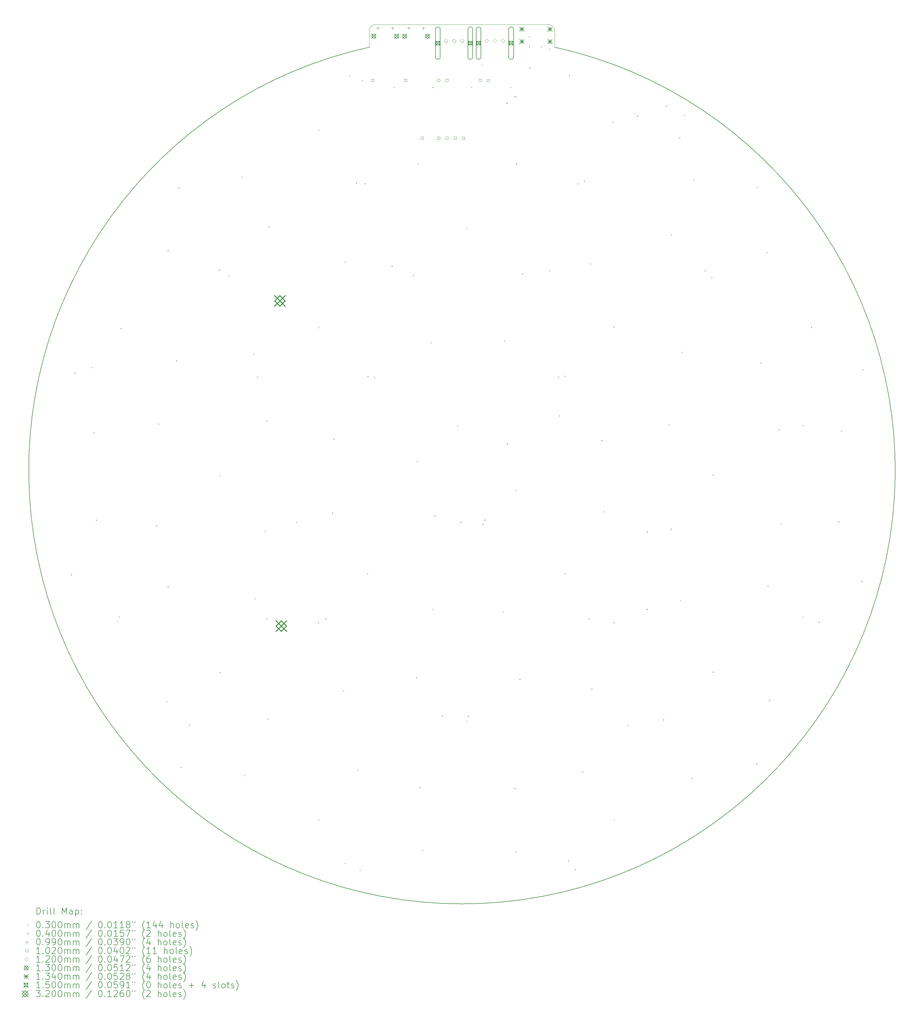
<source format=gbr>
%FSLAX45Y45*%
G04 Gerber Fmt 4.5, Leading zero omitted, Abs format (unit mm)*
G04 Created by KiCad (PCBNEW (6.0.6)) date 2022-07-13 04:46:22*
%MOMM*%
%LPD*%
G01*
G04 APERTURE LIST*
%TA.AperFunction,Profile*%
%ADD10C,0.100000*%
%TD*%
%TA.AperFunction,Profile*%
%ADD11C,0.200000*%
%TD*%
%ADD12C,0.200000*%
%ADD13C,0.030000*%
%ADD14C,0.040000*%
%ADD15C,0.099000*%
%ADD16C,0.102000*%
%ADD17C,0.120000*%
%ADD18C,0.130000*%
%ADD19C,0.134000*%
%ADD20C,0.150000*%
%ADD21C,0.320000*%
G04 APERTURE END LIST*
D10*
X10200000Y1000000D02*
G75*
G03*
X10000000Y800000I0J-200000D01*
G01*
X15700000Y800000D02*
X15700000Y300000D01*
D11*
X10000000Y300000D02*
G75*
G03*
X15700000Y300000I2850000J-13016695D01*
G01*
D10*
X15700000Y800000D02*
G75*
G03*
X15500000Y1000000I-200000J0D01*
G01*
X10000000Y300000D02*
X10000000Y800000D01*
X10200000Y1000000D02*
X15500000Y1000000D01*
D12*
D13*
X821900Y-15905700D02*
X851900Y-15935700D01*
X851900Y-15905700D02*
X821900Y-15935700D01*
X923500Y-9708100D02*
X953500Y-9738100D01*
X953500Y-9708100D02*
X923500Y-9738100D01*
X1447970Y-9531550D02*
X1477970Y-9561550D01*
X1477970Y-9531550D02*
X1447970Y-9561550D01*
X1520400Y-11536900D02*
X1550400Y-11566900D01*
X1550400Y-11536900D02*
X1520400Y-11566900D01*
X1583900Y-14229300D02*
X1613900Y-14259300D01*
X1613900Y-14229300D02*
X1583900Y-14259300D01*
X2231600Y-17340800D02*
X2261600Y-17370800D01*
X2261600Y-17340800D02*
X2231600Y-17370800D01*
X2286600Y-17202900D02*
X2316600Y-17232900D01*
X2316600Y-17202900D02*
X2286600Y-17232900D01*
X2345900Y-8336500D02*
X2375900Y-8366500D01*
X2375900Y-8336500D02*
X2345900Y-8366500D01*
X3438100Y-14407100D02*
X3468100Y-14437100D01*
X3468100Y-14407100D02*
X3438100Y-14437100D01*
X3501600Y-11270200D02*
X3531600Y-11300200D01*
X3531600Y-11270200D02*
X3501600Y-11300200D01*
X3755600Y-19804600D02*
X3785600Y-19834600D01*
X3785600Y-19804600D02*
X3755600Y-19834600D01*
X3793700Y-5936200D02*
X3823700Y-5966200D01*
X3823700Y-5936200D02*
X3793700Y-5966200D01*
X3793700Y-16274000D02*
X3823700Y-16304000D01*
X3823700Y-16274000D02*
X3793700Y-16304000D01*
X4047700Y-9327100D02*
X4077700Y-9357100D01*
X4077700Y-9327100D02*
X4047700Y-9357100D01*
X4123900Y-4005800D02*
X4153900Y-4035800D01*
X4153900Y-4005800D02*
X4123900Y-4035800D01*
X4187400Y-21823900D02*
X4217400Y-21853900D01*
X4217400Y-21823900D02*
X4187400Y-21853900D01*
X4444670Y-20534980D02*
X4474670Y-20564980D01*
X4474670Y-20534980D02*
X4444670Y-20564980D01*
X5372060Y-6534930D02*
X5402060Y-6564930D01*
X5402060Y-6534930D02*
X5372060Y-6564930D01*
X5381200Y-12845000D02*
X5411200Y-12875000D01*
X5411200Y-12845000D02*
X5381200Y-12875000D01*
X5393900Y-18915600D02*
X5423900Y-18945600D01*
X5423900Y-18915600D02*
X5393900Y-18945600D01*
X5660600Y-6710900D02*
X5690600Y-6740900D01*
X5690600Y-6710900D02*
X5660600Y-6740900D01*
X6067000Y-3675600D02*
X6097000Y-3705600D01*
X6097000Y-3675600D02*
X6067000Y-3705600D01*
X6143200Y-22077900D02*
X6173200Y-22107900D01*
X6173200Y-22077900D02*
X6143200Y-22107900D01*
X6422600Y-9111200D02*
X6452600Y-9141200D01*
X6452600Y-9111200D02*
X6422600Y-9141200D01*
X6473400Y-16642300D02*
X6503400Y-16672300D01*
X6503400Y-16642300D02*
X6473400Y-16672300D01*
X6542360Y-9828940D02*
X6572360Y-9858940D01*
X6572360Y-9828940D02*
X6542360Y-9858940D01*
X6778200Y-14572200D02*
X6808200Y-14602200D01*
X6808200Y-14572200D02*
X6778200Y-14602200D01*
X6829000Y-11181300D02*
X6859000Y-11211300D01*
X6859000Y-11181300D02*
X6829000Y-11211300D01*
X6842030Y-17263690D02*
X6872030Y-17293690D01*
X6872030Y-17263690D02*
X6842030Y-17293690D01*
X6879800Y-20350700D02*
X6909800Y-20380700D01*
X6909800Y-20350700D02*
X6879800Y-20380700D01*
X6892500Y-5212300D02*
X6922500Y-5242300D01*
X6922500Y-5212300D02*
X6892500Y-5242300D01*
X7741040Y-14289790D02*
X7771040Y-14319790D01*
X7771040Y-14289790D02*
X7741040Y-14319790D01*
X8416500Y-17378900D02*
X8446500Y-17408900D01*
X8446500Y-17378900D02*
X8416500Y-17408900D01*
X8429200Y-2227800D02*
X8459200Y-2257800D01*
X8459200Y-2227800D02*
X8429200Y-2257800D01*
X8429200Y-8298400D02*
X8459200Y-8328400D01*
X8459200Y-8298400D02*
X8429200Y-8328400D01*
X8429200Y-23449500D02*
X8459200Y-23479500D01*
X8459200Y-23449500D02*
X8429200Y-23479500D01*
X8643190Y-17263690D02*
X8673190Y-17293690D01*
X8673190Y-17263690D02*
X8643190Y-17293690D01*
X8848300Y-14013400D02*
X8878300Y-14043400D01*
X8878300Y-14013400D02*
X8848300Y-14043400D01*
X8899100Y-11740100D02*
X8929100Y-11770100D01*
X8929100Y-11740100D02*
X8899100Y-11770100D01*
X9191200Y-19474400D02*
X9221200Y-19504400D01*
X9221200Y-19474400D02*
X9191200Y-19504400D01*
X9239390Y-24781670D02*
X9269390Y-24811670D01*
X9269390Y-24781670D02*
X9239390Y-24811670D01*
X9242000Y-6291800D02*
X9272000Y-6321800D01*
X9272000Y-6291800D02*
X9242000Y-6321800D01*
X9377310Y-563830D02*
X9407310Y-593830D01*
X9407310Y-563830D02*
X9377310Y-593830D01*
X9584900Y-3866100D02*
X9614900Y-3896100D01*
X9614900Y-3866100D02*
X9584900Y-3896100D01*
X9623000Y-21900100D02*
X9653000Y-21930100D01*
X9653000Y-21900100D02*
X9623000Y-21930100D01*
X9699200Y-24986200D02*
X9729200Y-25016200D01*
X9729200Y-24986200D02*
X9699200Y-25016200D01*
X9775400Y-716500D02*
X9805400Y-746500D01*
X9805400Y-716500D02*
X9775400Y-746500D01*
X9838730Y-3881140D02*
X9868730Y-3911140D01*
X9868730Y-3881140D02*
X9838730Y-3911140D01*
X9927800Y-15867600D02*
X9957800Y-15897600D01*
X9957800Y-15867600D02*
X9927800Y-15897600D01*
X9940500Y-9809700D02*
X9970500Y-9839700D01*
X9970500Y-9809700D02*
X9940500Y-9839700D01*
X10154370Y-9828940D02*
X10184370Y-9858940D01*
X10184370Y-9828940D02*
X10154370Y-9858940D01*
X10682700Y-6418580D02*
X10712700Y-6448580D01*
X10712700Y-6418580D02*
X10682700Y-6448580D01*
X10737740Y-921470D02*
X10767740Y-951470D01*
X10767740Y-921470D02*
X10737740Y-951470D01*
X11337500Y-6698200D02*
X11367500Y-6728200D01*
X11367500Y-6698200D02*
X11337500Y-6728200D01*
X11439100Y-19068000D02*
X11469100Y-19098000D01*
X11469100Y-19068000D02*
X11439100Y-19098000D01*
X11451800Y-12425900D02*
X11481800Y-12455900D01*
X11481800Y-12425900D02*
X11451800Y-12455900D01*
X11477200Y-3281900D02*
X11507200Y-3311900D01*
X11507200Y-3281900D02*
X11477200Y-3311900D01*
X11540700Y-22446200D02*
X11570700Y-22476200D01*
X11570700Y-22446200D02*
X11540700Y-22476200D01*
X11629600Y-24376600D02*
X11659600Y-24406600D01*
X11659600Y-24376600D02*
X11629600Y-24406600D01*
X11883600Y-8768300D02*
X11913600Y-8798300D01*
X11913600Y-8768300D02*
X11883600Y-8798300D01*
X11934400Y-16972500D02*
X11964400Y-17002500D01*
X11964400Y-16972500D02*
X11934400Y-17002500D01*
X11936420Y-921470D02*
X11966420Y-951470D01*
X11966420Y-921470D02*
X11936420Y-951470D01*
X11997900Y-14102300D02*
X12027900Y-14132300D01*
X12027900Y-14102300D02*
X11997900Y-14132300D01*
X12236090Y-20237590D02*
X12266090Y-20267590D01*
X12266090Y-20237590D02*
X12236090Y-20267590D01*
X12696400Y-11321000D02*
X12726400Y-11351000D01*
X12726400Y-11321000D02*
X12696400Y-11351000D01*
X12798350Y-14289790D02*
X12828350Y-14319790D01*
X12828350Y-14289790D02*
X12798350Y-14319790D01*
X12975800Y-5250400D02*
X13005800Y-5280400D01*
X13005800Y-5250400D02*
X12975800Y-5280400D01*
X12975800Y-20414200D02*
X13005800Y-20444200D01*
X13005800Y-20414200D02*
X12975800Y-20444200D01*
X13022020Y-20254200D02*
X13052020Y-20284200D01*
X13052020Y-20254200D02*
X13022020Y-20284200D01*
X13135100Y-921470D02*
X13165100Y-951470D01*
X13165100Y-921470D02*
X13135100Y-951470D01*
X13458960Y-241340D02*
X13488960Y-271340D01*
X13488960Y-241340D02*
X13458960Y-271340D01*
X13471100Y-14356300D02*
X13501100Y-14386300D01*
X13501100Y-14356300D02*
X13471100Y-14386300D01*
X13534070Y-14223700D02*
X13564070Y-14253700D01*
X13564070Y-14223700D02*
X13534070Y-14253700D01*
X14093400Y-17048700D02*
X14123400Y-17078700D01*
X14123400Y-17048700D02*
X14093400Y-17078700D01*
X14144200Y-8717500D02*
X14174200Y-8747500D01*
X14174200Y-8717500D02*
X14144200Y-8747500D01*
X14233100Y-11892500D02*
X14263100Y-11922500D01*
X14263100Y-11892500D02*
X14233100Y-11922500D01*
X14333780Y-921470D02*
X14363780Y-951470D01*
X14363780Y-921470D02*
X14333780Y-951470D01*
X14461700Y-22471600D02*
X14491700Y-22501600D01*
X14491700Y-22471600D02*
X14461700Y-22501600D01*
X14499800Y-13314900D02*
X14529800Y-13344900D01*
X14529800Y-13314900D02*
X14499800Y-13344900D01*
X14499800Y-24427400D02*
X14529800Y-24457400D01*
X14529800Y-24427400D02*
X14499800Y-24457400D01*
X14512500Y-3269200D02*
X14542500Y-3299200D01*
X14542500Y-3269200D02*
X14512500Y-3299200D01*
X14614100Y-19118800D02*
X14644100Y-19148800D01*
X14644100Y-19118800D02*
X14614100Y-19148800D01*
X14690300Y-6660100D02*
X14720300Y-6690100D01*
X14720300Y-6660100D02*
X14690300Y-6690100D01*
X14904640Y634830D02*
X14934640Y604830D01*
X14934640Y634830D02*
X14904640Y604830D01*
X14904640Y326680D02*
X14934640Y296680D01*
X14934640Y326680D02*
X14904640Y296680D01*
X14914110Y-322660D02*
X14944110Y-352660D01*
X14944110Y-322660D02*
X14914110Y-352660D01*
X15281500Y326680D02*
X15311500Y296680D01*
X15311500Y326680D02*
X15281500Y296680D01*
X15532460Y261190D02*
X15562460Y231190D01*
X15562460Y261190D02*
X15532460Y231190D01*
X15532460Y-6557650D02*
X15562460Y-6587650D01*
X15562460Y-6557650D02*
X15532460Y-6587650D01*
X15805350Y-9828940D02*
X15835350Y-9858940D01*
X15835350Y-9828940D02*
X15805350Y-9858940D01*
X15832130Y-11018500D02*
X15862130Y-11048500D01*
X15862130Y-11018500D02*
X15832130Y-11048500D01*
X15998400Y-9797000D02*
X16028400Y-9827000D01*
X16028400Y-9797000D02*
X15998400Y-9827000D01*
X15998400Y-15867600D02*
X16028400Y-15897600D01*
X16028400Y-15867600D02*
X15998400Y-15897600D01*
X16113930Y-24698440D02*
X16143930Y-24728440D01*
X16143930Y-24698440D02*
X16113930Y-24728440D01*
X16138100Y-551400D02*
X16168100Y-581400D01*
X16168100Y-551400D02*
X16138100Y-581400D01*
X16315900Y-24973500D02*
X16345900Y-25003500D01*
X16345900Y-24973500D02*
X16315900Y-25003500D01*
X16403470Y-3881140D02*
X16433470Y-3911140D01*
X16433470Y-3881140D02*
X16403470Y-3911140D01*
X16544500Y-21963600D02*
X16574500Y-21993600D01*
X16574500Y-21963600D02*
X16544500Y-21993600D01*
X16595300Y-3802600D02*
X16625300Y-3832600D01*
X16625300Y-3802600D02*
X16595300Y-3832600D01*
X16731140Y-17263690D02*
X16761140Y-17293690D01*
X16761140Y-17263690D02*
X16731140Y-17293690D01*
X16785800Y-6342600D02*
X16815800Y-6372600D01*
X16815800Y-6342600D02*
X16785800Y-6372600D01*
X16823900Y-19423600D02*
X16853900Y-19453600D01*
X16853900Y-19423600D02*
X16823900Y-19453600D01*
X17128700Y-11778200D02*
X17158700Y-11808200D01*
X17158700Y-11778200D02*
X17128700Y-11808200D01*
X17192200Y-13962600D02*
X17222200Y-13992600D01*
X17222200Y-13962600D02*
X17192200Y-13992600D01*
X17471600Y-1986500D02*
X17501600Y-2016500D01*
X17501600Y-1986500D02*
X17471600Y-2016500D01*
X17509700Y-8285700D02*
X17539700Y-8315700D01*
X17539700Y-8285700D02*
X17509700Y-8315700D01*
X17509700Y-17378900D02*
X17539700Y-17408900D01*
X17539700Y-17378900D02*
X17509700Y-17408900D01*
X17522400Y-23449500D02*
X17552400Y-23479500D01*
X17552400Y-23449500D02*
X17522400Y-23479500D01*
X17929820Y-20534980D02*
X17959820Y-20564980D01*
X17959820Y-20534980D02*
X17929820Y-20564980D01*
X18146170Y-1716630D02*
X18176170Y-1746630D01*
X18176170Y-1716630D02*
X18146170Y-1746630D01*
X18229490Y-1799410D02*
X18259490Y-1829410D01*
X18259490Y-1799410D02*
X18229490Y-1829410D01*
X18529160Y-14587180D02*
X18559160Y-14617180D01*
X18559160Y-14587180D02*
X18529160Y-14617180D01*
X18529160Y-16966300D02*
X18559160Y-16996300D01*
X18559160Y-16966300D02*
X18529160Y-16996300D01*
X19033700Y-20363400D02*
X19063700Y-20393400D01*
X19063700Y-20363400D02*
X19033700Y-20393400D01*
X19128500Y-1502020D02*
X19158500Y-1532020D01*
X19158500Y-1502020D02*
X19128500Y-1532020D01*
X19198800Y-11295600D02*
X19228800Y-11325600D01*
X19228800Y-11295600D02*
X19198800Y-11325600D01*
X19262300Y-14508700D02*
X19292300Y-14538700D01*
X19292300Y-14508700D02*
X19262300Y-14538700D01*
X19275000Y-5453600D02*
X19305000Y-5483600D01*
X19305000Y-5453600D02*
X19275000Y-5483600D01*
X19529000Y-2463690D02*
X19559000Y-2493690D01*
X19559000Y-2463690D02*
X19529000Y-2493690D01*
X19554400Y-16705800D02*
X19584400Y-16735800D01*
X19584400Y-16705800D02*
X19554400Y-16735800D01*
X19605200Y-9060400D02*
X19635200Y-9090400D01*
X19635200Y-9060400D02*
X19605200Y-9090400D01*
X19680000Y-1780340D02*
X19710000Y-1810340D01*
X19710000Y-1780340D02*
X19680000Y-1810340D01*
X19910000Y-22166800D02*
X19940000Y-22196800D01*
X19940000Y-22166800D02*
X19910000Y-22196800D01*
X19960800Y-3751800D02*
X19990800Y-3781800D01*
X19990800Y-3751800D02*
X19960800Y-3781800D01*
X20313470Y-6557650D02*
X20343470Y-6587650D01*
X20343470Y-6557650D02*
X20313470Y-6587650D01*
X20519600Y-6774400D02*
X20549600Y-6804400D01*
X20549600Y-6774400D02*
X20519600Y-6804400D01*
X20557700Y-12845000D02*
X20587700Y-12875000D01*
X20587700Y-12845000D02*
X20557700Y-12875000D01*
X20557700Y-18902900D02*
X20587700Y-18932900D01*
X20587700Y-18902900D02*
X20557700Y-18932900D01*
X21903900Y-21722300D02*
X21933900Y-21752300D01*
X21933900Y-21722300D02*
X21903900Y-21752300D01*
X21916600Y-3993100D02*
X21946600Y-4023100D01*
X21946600Y-3993100D02*
X21916600Y-4023100D01*
X22030900Y-9390600D02*
X22060900Y-9420600D01*
X22060900Y-9390600D02*
X22030900Y-9420600D01*
X22221400Y-5999700D02*
X22251400Y-6029700D01*
X22251400Y-5999700D02*
X22221400Y-6029700D01*
X22246800Y-16248600D02*
X22276800Y-16278600D01*
X22276800Y-16248600D02*
X22246800Y-16278600D01*
X22284900Y-19766500D02*
X22314900Y-19796500D01*
X22314900Y-19766500D02*
X22284900Y-19796500D01*
X22589700Y-11448000D02*
X22619700Y-11478000D01*
X22619700Y-11448000D02*
X22589700Y-11478000D01*
X22653200Y-14343600D02*
X22683200Y-14373600D01*
X22683200Y-14343600D02*
X22653200Y-14373600D01*
X23323880Y-11315890D02*
X23353880Y-11345890D01*
X23353880Y-11315890D02*
X23323880Y-11345890D01*
X23323880Y-17215600D02*
X23353880Y-17245600D01*
X23353880Y-17215600D02*
X23323880Y-17245600D01*
X23580300Y-8298400D02*
X23610300Y-8328400D01*
X23610300Y-8298400D02*
X23580300Y-8328400D01*
X23808900Y-17366200D02*
X23838900Y-17396200D01*
X23838900Y-17366200D02*
X23808900Y-17396200D01*
X24418500Y-14280100D02*
X24448500Y-14310100D01*
X24448500Y-14280100D02*
X24418500Y-14310100D01*
X24507400Y-11486100D02*
X24537400Y-11516100D01*
X24537400Y-11486100D02*
X24507400Y-11516100D01*
X25129700Y-16108900D02*
X25159700Y-16138900D01*
X25159700Y-16108900D02*
X25129700Y-16138900D01*
X25167800Y-9606500D02*
X25197800Y-9636500D01*
X25197800Y-9606500D02*
X25167800Y-9636500D01*
D14*
X14255000Y-1425000D02*
G75*
G03*
X14255000Y-1425000I-20000J0D01*
G01*
X14514000Y-1221000D02*
G75*
G03*
X14514000Y-1221000I-20000J0D01*
G01*
D15*
X10265000Y936500D02*
X10265000Y837500D01*
X10215500Y887000D02*
X10314500Y887000D01*
X10715000Y936500D02*
X10715000Y837500D01*
X10665500Y887000D02*
X10764500Y887000D01*
X11213000Y934500D02*
X11213000Y835500D01*
X11163500Y885000D02*
X11262500Y885000D01*
X11663000Y934500D02*
X11663000Y835500D01*
X11613500Y885000D02*
X11712500Y885000D01*
D16*
X10135063Y-753063D02*
X10135063Y-680937D01*
X10062937Y-680937D01*
X10062937Y-753063D01*
X10135063Y-753063D01*
X11151063Y-753063D02*
X11151063Y-680937D01*
X11078937Y-680937D01*
X11078937Y-753063D01*
X11151063Y-753063D01*
X11659063Y-2531063D02*
X11659063Y-2458937D01*
X11586937Y-2458937D01*
X11586937Y-2531063D01*
X11659063Y-2531063D01*
X12167063Y-753063D02*
X12167063Y-680937D01*
X12094937Y-680937D01*
X12094937Y-753063D01*
X12167063Y-753063D01*
X12167063Y-2531063D02*
X12167063Y-2458937D01*
X12094937Y-2458937D01*
X12094937Y-2531063D01*
X12167063Y-2531063D01*
X12421063Y-753063D02*
X12421063Y-680937D01*
X12348937Y-680937D01*
X12348937Y-753063D01*
X12421063Y-753063D01*
X12421063Y-2531063D02*
X12421063Y-2458937D01*
X12348937Y-2458937D01*
X12348937Y-2531063D01*
X12421063Y-2531063D01*
X12675063Y-2531063D02*
X12675063Y-2458937D01*
X12602937Y-2458937D01*
X12602937Y-2531063D01*
X12675063Y-2531063D01*
X12929063Y-2531063D02*
X12929063Y-2458937D01*
X12856937Y-2458937D01*
X12856937Y-2531063D01*
X12929063Y-2531063D01*
X13437063Y-753063D02*
X13437063Y-680937D01*
X13364937Y-680937D01*
X13364937Y-753063D01*
X13437063Y-753063D01*
X13691063Y-757063D02*
X13691063Y-684937D01*
X13618937Y-684937D01*
X13618937Y-757063D01*
X13691063Y-757063D01*
D17*
X12357000Y434000D02*
X12417000Y494000D01*
X12357000Y554000D01*
X12297000Y494000D01*
X12357000Y434000D01*
X12607000Y434000D02*
X12667000Y494000D01*
X12607000Y554000D01*
X12547000Y494000D01*
X12607000Y434000D01*
X12857000Y434000D02*
X12917000Y494000D01*
X12857000Y554000D01*
X12797000Y494000D01*
X12857000Y434000D01*
X13611000Y436000D02*
X13671000Y496000D01*
X13611000Y556000D01*
X13551000Y496000D01*
X13611000Y436000D01*
X13861000Y436000D02*
X13921000Y496000D01*
X13861000Y556000D01*
X13801000Y496000D01*
X13861000Y436000D01*
X14111000Y436000D02*
X14171000Y496000D01*
X14111000Y556000D01*
X14051000Y496000D01*
X14111000Y436000D01*
D18*
X10074500Y703000D02*
X10204500Y573000D01*
X10204500Y703000D02*
X10074500Y573000D01*
X10204500Y638000D02*
G75*
G03*
X10204500Y638000I-65000J0D01*
G01*
X10775500Y703000D02*
X10905500Y573000D01*
X10905500Y703000D02*
X10775500Y573000D01*
X10905500Y638000D02*
G75*
G03*
X10905500Y638000I-65000J0D01*
G01*
X11022500Y701000D02*
X11152500Y571000D01*
X11152500Y701000D02*
X11022500Y571000D01*
X11152500Y636000D02*
G75*
G03*
X11152500Y636000I-65000J0D01*
G01*
X11723500Y701000D02*
X11853500Y571000D01*
X11853500Y701000D02*
X11723500Y571000D01*
X11853500Y636000D02*
G75*
G03*
X11853500Y636000I-65000J0D01*
G01*
D19*
X14627000Y921250D02*
X14761000Y787250D01*
X14761000Y921250D02*
X14627000Y787250D01*
X14694000Y921250D02*
X14694000Y787250D01*
X14627000Y854250D02*
X14761000Y854250D01*
X14627000Y541250D02*
X14761000Y407250D01*
X14761000Y541250D02*
X14627000Y407250D01*
X14694000Y541250D02*
X14694000Y407250D01*
X14627000Y474250D02*
X14761000Y474250D01*
X15491000Y921250D02*
X15625000Y787250D01*
X15625000Y921250D02*
X15491000Y787250D01*
X15558000Y921250D02*
X15558000Y787250D01*
X15491000Y854250D02*
X15625000Y854250D01*
X15491000Y541250D02*
X15625000Y407250D01*
X15625000Y541250D02*
X15491000Y407250D01*
X15558000Y541250D02*
X15558000Y407250D01*
X15491000Y474250D02*
X15625000Y474250D01*
D20*
X12032000Y499000D02*
X12182000Y349000D01*
X12182000Y499000D02*
X12032000Y349000D01*
X12160033Y370966D02*
X12160033Y477033D01*
X12053966Y477033D01*
X12053966Y370966D01*
X12160033Y370966D01*
D12*
X12182000Y-1000D02*
X12182000Y849000D01*
X12032000Y-1000D02*
X12032000Y849000D01*
X12182000Y849000D02*
G75*
G03*
X12032000Y849000I-75000J0D01*
G01*
X12032000Y-1000D02*
G75*
G03*
X12182000Y-1000I75000J0D01*
G01*
D20*
X13032000Y499000D02*
X13182000Y349000D01*
X13182000Y499000D02*
X13032000Y349000D01*
X13160033Y370966D02*
X13160033Y477033D01*
X13053966Y477033D01*
X13053966Y370966D01*
X13160033Y370966D01*
D12*
X13182000Y-1000D02*
X13182000Y849000D01*
X13032000Y-1000D02*
X13032000Y849000D01*
X13182000Y849000D02*
G75*
G03*
X13032000Y849000I-75000J0D01*
G01*
X13032000Y-1000D02*
G75*
G03*
X13182000Y-1000I75000J0D01*
G01*
D20*
X13286000Y501000D02*
X13436000Y351000D01*
X13436000Y501000D02*
X13286000Y351000D01*
X13414033Y372966D02*
X13414033Y479033D01*
X13307966Y479033D01*
X13307966Y372966D01*
X13414033Y372966D01*
D12*
X13436000Y1000D02*
X13436000Y851000D01*
X13286000Y1000D02*
X13286000Y851000D01*
X13436000Y851000D02*
G75*
G03*
X13286000Y851000I-75000J0D01*
G01*
X13286000Y1000D02*
G75*
G03*
X13436000Y1000I75000J0D01*
G01*
D20*
X14286000Y501000D02*
X14436000Y351000D01*
X14436000Y501000D02*
X14286000Y351000D01*
X14414033Y372966D02*
X14414033Y479033D01*
X14307966Y479033D01*
X14307966Y372966D01*
X14414033Y372966D01*
D12*
X14436000Y1000D02*
X14436000Y851000D01*
X14286000Y1000D02*
X14286000Y851000D01*
X14436000Y851000D02*
G75*
G03*
X14286000Y851000I-75000J0D01*
G01*
X14286000Y1000D02*
G75*
G03*
X14436000Y1000I75000J0D01*
G01*
D21*
X7090000Y-7340000D02*
X7410000Y-7660000D01*
X7410000Y-7340000D02*
X7090000Y-7660000D01*
X7250000Y-7660000D02*
X7410000Y-7500000D01*
X7250000Y-7340000D01*
X7090000Y-7500000D01*
X7250000Y-7660000D01*
X7132000Y-17340000D02*
X7452000Y-17660000D01*
X7452000Y-17340000D02*
X7132000Y-17660000D01*
X7292000Y-17660000D02*
X7452000Y-17500000D01*
X7292000Y-17340000D01*
X7132000Y-17500000D01*
X7292000Y-17660000D01*
D12*
X-227427Y-26362217D02*
X-227427Y-26162217D01*
X-179808Y-26162217D01*
X-151236Y-26171741D01*
X-132189Y-26190789D01*
X-122665Y-26209836D01*
X-113141Y-26247931D01*
X-113141Y-26276503D01*
X-122665Y-26314598D01*
X-132189Y-26333646D01*
X-151236Y-26352693D01*
X-179808Y-26362217D01*
X-227427Y-26362217D01*
X-27427Y-26362217D02*
X-27427Y-26228884D01*
X-27427Y-26266979D02*
X-17903Y-26247931D01*
X-8379Y-26238408D01*
X10668Y-26228884D01*
X29716Y-26228884D01*
X96382Y-26362217D02*
X96382Y-26228884D01*
X96382Y-26162217D02*
X86859Y-26171741D01*
X96382Y-26181265D01*
X105906Y-26171741D01*
X96382Y-26162217D01*
X96382Y-26181265D01*
X220192Y-26362217D02*
X201144Y-26352693D01*
X191621Y-26333646D01*
X191621Y-26162217D01*
X324954Y-26362217D02*
X305906Y-26352693D01*
X296383Y-26333646D01*
X296383Y-26162217D01*
X553525Y-26362217D02*
X553525Y-26162217D01*
X620192Y-26305074D01*
X686859Y-26162217D01*
X686859Y-26362217D01*
X867811Y-26362217D02*
X867811Y-26257455D01*
X858287Y-26238408D01*
X839240Y-26228884D01*
X801144Y-26228884D01*
X782097Y-26238408D01*
X867811Y-26352693D02*
X848763Y-26362217D01*
X801144Y-26362217D01*
X782097Y-26352693D01*
X772573Y-26333646D01*
X772573Y-26314598D01*
X782097Y-26295551D01*
X801144Y-26286027D01*
X848763Y-26286027D01*
X867811Y-26276503D01*
X963049Y-26228884D02*
X963049Y-26428884D01*
X963049Y-26238408D02*
X982097Y-26228884D01*
X1020192Y-26228884D01*
X1039240Y-26238408D01*
X1048764Y-26247931D01*
X1058287Y-26266979D01*
X1058287Y-26324122D01*
X1048764Y-26343170D01*
X1039240Y-26352693D01*
X1020192Y-26362217D01*
X982097Y-26362217D01*
X963049Y-26352693D01*
X1144002Y-26343170D02*
X1153525Y-26352693D01*
X1144002Y-26362217D01*
X1134478Y-26352693D01*
X1144002Y-26343170D01*
X1144002Y-26362217D01*
X1144002Y-26238408D02*
X1153525Y-26247931D01*
X1144002Y-26257455D01*
X1134478Y-26247931D01*
X1144002Y-26238408D01*
X1144002Y-26257455D01*
D13*
X-515046Y-26676741D02*
X-485046Y-26706741D01*
X-485046Y-26676741D02*
X-515046Y-26706741D01*
D12*
X-189332Y-26582217D02*
X-170284Y-26582217D01*
X-151236Y-26591741D01*
X-141713Y-26601265D01*
X-132189Y-26620312D01*
X-122665Y-26658408D01*
X-122665Y-26706027D01*
X-132189Y-26744122D01*
X-141713Y-26763170D01*
X-151236Y-26772693D01*
X-170284Y-26782217D01*
X-189332Y-26782217D01*
X-208379Y-26772693D01*
X-217903Y-26763170D01*
X-227427Y-26744122D01*
X-236951Y-26706027D01*
X-236951Y-26658408D01*
X-227427Y-26620312D01*
X-217903Y-26601265D01*
X-208379Y-26591741D01*
X-189332Y-26582217D01*
X-36951Y-26763170D02*
X-27427Y-26772693D01*
X-36951Y-26782217D01*
X-46474Y-26772693D01*
X-36951Y-26763170D01*
X-36951Y-26782217D01*
X39240Y-26582217D02*
X163049Y-26582217D01*
X96382Y-26658408D01*
X124954Y-26658408D01*
X144002Y-26667931D01*
X153525Y-26677455D01*
X163049Y-26696503D01*
X163049Y-26744122D01*
X153525Y-26763170D01*
X144002Y-26772693D01*
X124954Y-26782217D01*
X67811Y-26782217D01*
X48763Y-26772693D01*
X39240Y-26763170D01*
X286859Y-26582217D02*
X305906Y-26582217D01*
X324954Y-26591741D01*
X334478Y-26601265D01*
X344002Y-26620312D01*
X353525Y-26658408D01*
X353525Y-26706027D01*
X344002Y-26744122D01*
X334478Y-26763170D01*
X324954Y-26772693D01*
X305906Y-26782217D01*
X286859Y-26782217D01*
X267811Y-26772693D01*
X258287Y-26763170D01*
X248763Y-26744122D01*
X239240Y-26706027D01*
X239240Y-26658408D01*
X248763Y-26620312D01*
X258287Y-26601265D01*
X267811Y-26591741D01*
X286859Y-26582217D01*
X477335Y-26582217D02*
X496382Y-26582217D01*
X515430Y-26591741D01*
X524954Y-26601265D01*
X534478Y-26620312D01*
X544002Y-26658408D01*
X544002Y-26706027D01*
X534478Y-26744122D01*
X524954Y-26763170D01*
X515430Y-26772693D01*
X496382Y-26782217D01*
X477335Y-26782217D01*
X458287Y-26772693D01*
X448763Y-26763170D01*
X439240Y-26744122D01*
X429716Y-26706027D01*
X429716Y-26658408D01*
X439240Y-26620312D01*
X448763Y-26601265D01*
X458287Y-26591741D01*
X477335Y-26582217D01*
X629716Y-26782217D02*
X629716Y-26648884D01*
X629716Y-26667931D02*
X639240Y-26658408D01*
X658287Y-26648884D01*
X686859Y-26648884D01*
X705906Y-26658408D01*
X715430Y-26677455D01*
X715430Y-26782217D01*
X715430Y-26677455D02*
X724954Y-26658408D01*
X744002Y-26648884D01*
X772573Y-26648884D01*
X791621Y-26658408D01*
X801144Y-26677455D01*
X801144Y-26782217D01*
X896382Y-26782217D02*
X896382Y-26648884D01*
X896382Y-26667931D02*
X905906Y-26658408D01*
X924954Y-26648884D01*
X953525Y-26648884D01*
X972573Y-26658408D01*
X982097Y-26677455D01*
X982097Y-26782217D01*
X982097Y-26677455D02*
X991621Y-26658408D01*
X1010668Y-26648884D01*
X1039240Y-26648884D01*
X1058287Y-26658408D01*
X1067811Y-26677455D01*
X1067811Y-26782217D01*
X1458287Y-26572693D02*
X1286859Y-26829836D01*
X1715430Y-26582217D02*
X1734478Y-26582217D01*
X1753525Y-26591741D01*
X1763049Y-26601265D01*
X1772573Y-26620312D01*
X1782097Y-26658408D01*
X1782097Y-26706027D01*
X1772573Y-26744122D01*
X1763049Y-26763170D01*
X1753525Y-26772693D01*
X1734478Y-26782217D01*
X1715430Y-26782217D01*
X1696382Y-26772693D01*
X1686859Y-26763170D01*
X1677335Y-26744122D01*
X1667811Y-26706027D01*
X1667811Y-26658408D01*
X1677335Y-26620312D01*
X1686859Y-26601265D01*
X1696382Y-26591741D01*
X1715430Y-26582217D01*
X1867811Y-26763170D02*
X1877335Y-26772693D01*
X1867811Y-26782217D01*
X1858287Y-26772693D01*
X1867811Y-26763170D01*
X1867811Y-26782217D01*
X2001144Y-26582217D02*
X2020192Y-26582217D01*
X2039240Y-26591741D01*
X2048763Y-26601265D01*
X2058287Y-26620312D01*
X2067811Y-26658408D01*
X2067811Y-26706027D01*
X2058287Y-26744122D01*
X2048763Y-26763170D01*
X2039240Y-26772693D01*
X2020192Y-26782217D01*
X2001144Y-26782217D01*
X1982097Y-26772693D01*
X1972573Y-26763170D01*
X1963049Y-26744122D01*
X1953525Y-26706027D01*
X1953525Y-26658408D01*
X1963049Y-26620312D01*
X1972573Y-26601265D01*
X1982097Y-26591741D01*
X2001144Y-26582217D01*
X2258287Y-26782217D02*
X2144002Y-26782217D01*
X2201144Y-26782217D02*
X2201144Y-26582217D01*
X2182097Y-26610789D01*
X2163049Y-26629836D01*
X2144002Y-26639360D01*
X2448764Y-26782217D02*
X2334478Y-26782217D01*
X2391621Y-26782217D02*
X2391621Y-26582217D01*
X2372573Y-26610789D01*
X2353525Y-26629836D01*
X2334478Y-26639360D01*
X2563049Y-26667931D02*
X2544002Y-26658408D01*
X2534478Y-26648884D01*
X2524954Y-26629836D01*
X2524954Y-26620312D01*
X2534478Y-26601265D01*
X2544002Y-26591741D01*
X2563049Y-26582217D01*
X2601144Y-26582217D01*
X2620192Y-26591741D01*
X2629716Y-26601265D01*
X2639240Y-26620312D01*
X2639240Y-26629836D01*
X2629716Y-26648884D01*
X2620192Y-26658408D01*
X2601144Y-26667931D01*
X2563049Y-26667931D01*
X2544002Y-26677455D01*
X2534478Y-26686979D01*
X2524954Y-26706027D01*
X2524954Y-26744122D01*
X2534478Y-26763170D01*
X2544002Y-26772693D01*
X2563049Y-26782217D01*
X2601144Y-26782217D01*
X2620192Y-26772693D01*
X2629716Y-26763170D01*
X2639240Y-26744122D01*
X2639240Y-26706027D01*
X2629716Y-26686979D01*
X2620192Y-26677455D01*
X2601144Y-26667931D01*
X2715430Y-26582217D02*
X2715430Y-26620312D01*
X2791621Y-26582217D02*
X2791621Y-26620312D01*
X3086859Y-26858408D02*
X3077335Y-26848884D01*
X3058287Y-26820312D01*
X3048763Y-26801265D01*
X3039240Y-26772693D01*
X3029716Y-26725074D01*
X3029716Y-26686979D01*
X3039240Y-26639360D01*
X3048763Y-26610789D01*
X3058287Y-26591741D01*
X3077335Y-26563170D01*
X3086859Y-26553646D01*
X3267811Y-26782217D02*
X3153525Y-26782217D01*
X3210668Y-26782217D02*
X3210668Y-26582217D01*
X3191621Y-26610789D01*
X3172573Y-26629836D01*
X3153525Y-26639360D01*
X3439240Y-26648884D02*
X3439240Y-26782217D01*
X3391621Y-26572693D02*
X3344002Y-26715551D01*
X3467811Y-26715551D01*
X3629716Y-26648884D02*
X3629716Y-26782217D01*
X3582097Y-26572693D02*
X3534478Y-26715551D01*
X3658287Y-26715551D01*
X3886859Y-26782217D02*
X3886859Y-26582217D01*
X3972573Y-26782217D02*
X3972573Y-26677455D01*
X3963049Y-26658408D01*
X3944002Y-26648884D01*
X3915430Y-26648884D01*
X3896382Y-26658408D01*
X3886859Y-26667931D01*
X4096382Y-26782217D02*
X4077335Y-26772693D01*
X4067811Y-26763170D01*
X4058287Y-26744122D01*
X4058287Y-26686979D01*
X4067811Y-26667931D01*
X4077335Y-26658408D01*
X4096382Y-26648884D01*
X4124954Y-26648884D01*
X4144002Y-26658408D01*
X4153525Y-26667931D01*
X4163049Y-26686979D01*
X4163049Y-26744122D01*
X4153525Y-26763170D01*
X4144002Y-26772693D01*
X4124954Y-26782217D01*
X4096382Y-26782217D01*
X4277335Y-26782217D02*
X4258287Y-26772693D01*
X4248764Y-26753646D01*
X4248764Y-26582217D01*
X4429716Y-26772693D02*
X4410668Y-26782217D01*
X4372573Y-26782217D01*
X4353525Y-26772693D01*
X4344002Y-26753646D01*
X4344002Y-26677455D01*
X4353525Y-26658408D01*
X4372573Y-26648884D01*
X4410668Y-26648884D01*
X4429716Y-26658408D01*
X4439240Y-26677455D01*
X4439240Y-26696503D01*
X4344002Y-26715551D01*
X4515430Y-26772693D02*
X4534478Y-26782217D01*
X4572573Y-26782217D01*
X4591621Y-26772693D01*
X4601144Y-26753646D01*
X4601144Y-26744122D01*
X4591621Y-26725074D01*
X4572573Y-26715551D01*
X4544002Y-26715551D01*
X4524954Y-26706027D01*
X4515430Y-26686979D01*
X4515430Y-26677455D01*
X4524954Y-26658408D01*
X4544002Y-26648884D01*
X4572573Y-26648884D01*
X4591621Y-26658408D01*
X4667811Y-26858408D02*
X4677335Y-26848884D01*
X4696383Y-26820312D01*
X4705906Y-26801265D01*
X4715430Y-26772693D01*
X4724954Y-26725074D01*
X4724954Y-26686979D01*
X4715430Y-26639360D01*
X4705906Y-26610789D01*
X4696383Y-26591741D01*
X4677335Y-26563170D01*
X4667811Y-26553646D01*
D14*
X-485046Y-26955741D02*
G75*
G03*
X-485046Y-26955741I-20000J0D01*
G01*
D12*
X-189332Y-26846217D02*
X-170284Y-26846217D01*
X-151236Y-26855741D01*
X-141713Y-26865265D01*
X-132189Y-26884312D01*
X-122665Y-26922408D01*
X-122665Y-26970027D01*
X-132189Y-27008122D01*
X-141713Y-27027170D01*
X-151236Y-27036693D01*
X-170284Y-27046217D01*
X-189332Y-27046217D01*
X-208379Y-27036693D01*
X-217903Y-27027170D01*
X-227427Y-27008122D01*
X-236951Y-26970027D01*
X-236951Y-26922408D01*
X-227427Y-26884312D01*
X-217903Y-26865265D01*
X-208379Y-26855741D01*
X-189332Y-26846217D01*
X-36951Y-27027170D02*
X-27427Y-27036693D01*
X-36951Y-27046217D01*
X-46474Y-27036693D01*
X-36951Y-27027170D01*
X-36951Y-27046217D01*
X144002Y-26912884D02*
X144002Y-27046217D01*
X96382Y-26836693D02*
X48763Y-26979551D01*
X172573Y-26979551D01*
X286859Y-26846217D02*
X305906Y-26846217D01*
X324954Y-26855741D01*
X334478Y-26865265D01*
X344002Y-26884312D01*
X353525Y-26922408D01*
X353525Y-26970027D01*
X344002Y-27008122D01*
X334478Y-27027170D01*
X324954Y-27036693D01*
X305906Y-27046217D01*
X286859Y-27046217D01*
X267811Y-27036693D01*
X258287Y-27027170D01*
X248763Y-27008122D01*
X239240Y-26970027D01*
X239240Y-26922408D01*
X248763Y-26884312D01*
X258287Y-26865265D01*
X267811Y-26855741D01*
X286859Y-26846217D01*
X477335Y-26846217D02*
X496382Y-26846217D01*
X515430Y-26855741D01*
X524954Y-26865265D01*
X534478Y-26884312D01*
X544002Y-26922408D01*
X544002Y-26970027D01*
X534478Y-27008122D01*
X524954Y-27027170D01*
X515430Y-27036693D01*
X496382Y-27046217D01*
X477335Y-27046217D01*
X458287Y-27036693D01*
X448763Y-27027170D01*
X439240Y-27008122D01*
X429716Y-26970027D01*
X429716Y-26922408D01*
X439240Y-26884312D01*
X448763Y-26865265D01*
X458287Y-26855741D01*
X477335Y-26846217D01*
X629716Y-27046217D02*
X629716Y-26912884D01*
X629716Y-26931931D02*
X639240Y-26922408D01*
X658287Y-26912884D01*
X686859Y-26912884D01*
X705906Y-26922408D01*
X715430Y-26941455D01*
X715430Y-27046217D01*
X715430Y-26941455D02*
X724954Y-26922408D01*
X744002Y-26912884D01*
X772573Y-26912884D01*
X791621Y-26922408D01*
X801144Y-26941455D01*
X801144Y-27046217D01*
X896382Y-27046217D02*
X896382Y-26912884D01*
X896382Y-26931931D02*
X905906Y-26922408D01*
X924954Y-26912884D01*
X953525Y-26912884D01*
X972573Y-26922408D01*
X982097Y-26941455D01*
X982097Y-27046217D01*
X982097Y-26941455D02*
X991621Y-26922408D01*
X1010668Y-26912884D01*
X1039240Y-26912884D01*
X1058287Y-26922408D01*
X1067811Y-26941455D01*
X1067811Y-27046217D01*
X1458287Y-26836693D02*
X1286859Y-27093836D01*
X1715430Y-26846217D02*
X1734478Y-26846217D01*
X1753525Y-26855741D01*
X1763049Y-26865265D01*
X1772573Y-26884312D01*
X1782097Y-26922408D01*
X1782097Y-26970027D01*
X1772573Y-27008122D01*
X1763049Y-27027170D01*
X1753525Y-27036693D01*
X1734478Y-27046217D01*
X1715430Y-27046217D01*
X1696382Y-27036693D01*
X1686859Y-27027170D01*
X1677335Y-27008122D01*
X1667811Y-26970027D01*
X1667811Y-26922408D01*
X1677335Y-26884312D01*
X1686859Y-26865265D01*
X1696382Y-26855741D01*
X1715430Y-26846217D01*
X1867811Y-27027170D02*
X1877335Y-27036693D01*
X1867811Y-27046217D01*
X1858287Y-27036693D01*
X1867811Y-27027170D01*
X1867811Y-27046217D01*
X2001144Y-26846217D02*
X2020192Y-26846217D01*
X2039240Y-26855741D01*
X2048763Y-26865265D01*
X2058287Y-26884312D01*
X2067811Y-26922408D01*
X2067811Y-26970027D01*
X2058287Y-27008122D01*
X2048763Y-27027170D01*
X2039240Y-27036693D01*
X2020192Y-27046217D01*
X2001144Y-27046217D01*
X1982097Y-27036693D01*
X1972573Y-27027170D01*
X1963049Y-27008122D01*
X1953525Y-26970027D01*
X1953525Y-26922408D01*
X1963049Y-26884312D01*
X1972573Y-26865265D01*
X1982097Y-26855741D01*
X2001144Y-26846217D01*
X2258287Y-27046217D02*
X2144002Y-27046217D01*
X2201144Y-27046217D02*
X2201144Y-26846217D01*
X2182097Y-26874789D01*
X2163049Y-26893836D01*
X2144002Y-26903360D01*
X2439240Y-26846217D02*
X2344002Y-26846217D01*
X2334478Y-26941455D01*
X2344002Y-26931931D01*
X2363049Y-26922408D01*
X2410668Y-26922408D01*
X2429716Y-26931931D01*
X2439240Y-26941455D01*
X2448764Y-26960503D01*
X2448764Y-27008122D01*
X2439240Y-27027170D01*
X2429716Y-27036693D01*
X2410668Y-27046217D01*
X2363049Y-27046217D01*
X2344002Y-27036693D01*
X2334478Y-27027170D01*
X2515430Y-26846217D02*
X2648764Y-26846217D01*
X2563049Y-27046217D01*
X2715430Y-26846217D02*
X2715430Y-26884312D01*
X2791621Y-26846217D02*
X2791621Y-26884312D01*
X3086859Y-27122408D02*
X3077335Y-27112884D01*
X3058287Y-27084312D01*
X3048763Y-27065265D01*
X3039240Y-27036693D01*
X3029716Y-26989074D01*
X3029716Y-26950979D01*
X3039240Y-26903360D01*
X3048763Y-26874789D01*
X3058287Y-26855741D01*
X3077335Y-26827170D01*
X3086859Y-26817646D01*
X3153525Y-26865265D02*
X3163049Y-26855741D01*
X3182097Y-26846217D01*
X3229716Y-26846217D01*
X3248763Y-26855741D01*
X3258287Y-26865265D01*
X3267811Y-26884312D01*
X3267811Y-26903360D01*
X3258287Y-26931931D01*
X3144002Y-27046217D01*
X3267811Y-27046217D01*
X3505906Y-27046217D02*
X3505906Y-26846217D01*
X3591621Y-27046217D02*
X3591621Y-26941455D01*
X3582097Y-26922408D01*
X3563049Y-26912884D01*
X3534478Y-26912884D01*
X3515430Y-26922408D01*
X3505906Y-26931931D01*
X3715430Y-27046217D02*
X3696382Y-27036693D01*
X3686859Y-27027170D01*
X3677335Y-27008122D01*
X3677335Y-26950979D01*
X3686859Y-26931931D01*
X3696382Y-26922408D01*
X3715430Y-26912884D01*
X3744002Y-26912884D01*
X3763049Y-26922408D01*
X3772573Y-26931931D01*
X3782097Y-26950979D01*
X3782097Y-27008122D01*
X3772573Y-27027170D01*
X3763049Y-27036693D01*
X3744002Y-27046217D01*
X3715430Y-27046217D01*
X3896382Y-27046217D02*
X3877335Y-27036693D01*
X3867811Y-27017646D01*
X3867811Y-26846217D01*
X4048763Y-27036693D02*
X4029716Y-27046217D01*
X3991621Y-27046217D01*
X3972573Y-27036693D01*
X3963049Y-27017646D01*
X3963049Y-26941455D01*
X3972573Y-26922408D01*
X3991621Y-26912884D01*
X4029716Y-26912884D01*
X4048763Y-26922408D01*
X4058287Y-26941455D01*
X4058287Y-26960503D01*
X3963049Y-26979551D01*
X4134478Y-27036693D02*
X4153525Y-27046217D01*
X4191621Y-27046217D01*
X4210668Y-27036693D01*
X4220192Y-27017646D01*
X4220192Y-27008122D01*
X4210668Y-26989074D01*
X4191621Y-26979551D01*
X4163049Y-26979551D01*
X4144002Y-26970027D01*
X4134478Y-26950979D01*
X4134478Y-26941455D01*
X4144002Y-26922408D01*
X4163049Y-26912884D01*
X4191621Y-26912884D01*
X4210668Y-26922408D01*
X4286859Y-27122408D02*
X4296383Y-27112884D01*
X4315430Y-27084312D01*
X4324954Y-27065265D01*
X4334478Y-27036693D01*
X4344002Y-26989074D01*
X4344002Y-26950979D01*
X4334478Y-26903360D01*
X4324954Y-26874789D01*
X4315430Y-26855741D01*
X4296383Y-26827170D01*
X4286859Y-26817646D01*
D15*
X-534546Y-27170241D02*
X-534546Y-27269241D01*
X-584046Y-27219741D02*
X-485046Y-27219741D01*
D12*
X-189332Y-27110217D02*
X-170284Y-27110217D01*
X-151236Y-27119741D01*
X-141713Y-27129265D01*
X-132189Y-27148312D01*
X-122665Y-27186408D01*
X-122665Y-27234027D01*
X-132189Y-27272122D01*
X-141713Y-27291170D01*
X-151236Y-27300693D01*
X-170284Y-27310217D01*
X-189332Y-27310217D01*
X-208379Y-27300693D01*
X-217903Y-27291170D01*
X-227427Y-27272122D01*
X-236951Y-27234027D01*
X-236951Y-27186408D01*
X-227427Y-27148312D01*
X-217903Y-27129265D01*
X-208379Y-27119741D01*
X-189332Y-27110217D01*
X-36951Y-27291170D02*
X-27427Y-27300693D01*
X-36951Y-27310217D01*
X-46474Y-27300693D01*
X-36951Y-27291170D01*
X-36951Y-27310217D01*
X67811Y-27310217D02*
X105906Y-27310217D01*
X124954Y-27300693D01*
X134478Y-27291170D01*
X153525Y-27262598D01*
X163049Y-27224503D01*
X163049Y-27148312D01*
X153525Y-27129265D01*
X144002Y-27119741D01*
X124954Y-27110217D01*
X86859Y-27110217D01*
X67811Y-27119741D01*
X58287Y-27129265D01*
X48763Y-27148312D01*
X48763Y-27195931D01*
X58287Y-27214979D01*
X67811Y-27224503D01*
X86859Y-27234027D01*
X124954Y-27234027D01*
X144002Y-27224503D01*
X153525Y-27214979D01*
X163049Y-27195931D01*
X258287Y-27310217D02*
X296383Y-27310217D01*
X315430Y-27300693D01*
X324954Y-27291170D01*
X344002Y-27262598D01*
X353525Y-27224503D01*
X353525Y-27148312D01*
X344002Y-27129265D01*
X334478Y-27119741D01*
X315430Y-27110217D01*
X277335Y-27110217D01*
X258287Y-27119741D01*
X248763Y-27129265D01*
X239240Y-27148312D01*
X239240Y-27195931D01*
X248763Y-27214979D01*
X258287Y-27224503D01*
X277335Y-27234027D01*
X315430Y-27234027D01*
X334478Y-27224503D01*
X344002Y-27214979D01*
X353525Y-27195931D01*
X477335Y-27110217D02*
X496382Y-27110217D01*
X515430Y-27119741D01*
X524954Y-27129265D01*
X534478Y-27148312D01*
X544002Y-27186408D01*
X544002Y-27234027D01*
X534478Y-27272122D01*
X524954Y-27291170D01*
X515430Y-27300693D01*
X496382Y-27310217D01*
X477335Y-27310217D01*
X458287Y-27300693D01*
X448763Y-27291170D01*
X439240Y-27272122D01*
X429716Y-27234027D01*
X429716Y-27186408D01*
X439240Y-27148312D01*
X448763Y-27129265D01*
X458287Y-27119741D01*
X477335Y-27110217D01*
X629716Y-27310217D02*
X629716Y-27176884D01*
X629716Y-27195931D02*
X639240Y-27186408D01*
X658287Y-27176884D01*
X686859Y-27176884D01*
X705906Y-27186408D01*
X715430Y-27205455D01*
X715430Y-27310217D01*
X715430Y-27205455D02*
X724954Y-27186408D01*
X744002Y-27176884D01*
X772573Y-27176884D01*
X791621Y-27186408D01*
X801144Y-27205455D01*
X801144Y-27310217D01*
X896382Y-27310217D02*
X896382Y-27176884D01*
X896382Y-27195931D02*
X905906Y-27186408D01*
X924954Y-27176884D01*
X953525Y-27176884D01*
X972573Y-27186408D01*
X982097Y-27205455D01*
X982097Y-27310217D01*
X982097Y-27205455D02*
X991621Y-27186408D01*
X1010668Y-27176884D01*
X1039240Y-27176884D01*
X1058287Y-27186408D01*
X1067811Y-27205455D01*
X1067811Y-27310217D01*
X1458287Y-27100693D02*
X1286859Y-27357836D01*
X1715430Y-27110217D02*
X1734478Y-27110217D01*
X1753525Y-27119741D01*
X1763049Y-27129265D01*
X1772573Y-27148312D01*
X1782097Y-27186408D01*
X1782097Y-27234027D01*
X1772573Y-27272122D01*
X1763049Y-27291170D01*
X1753525Y-27300693D01*
X1734478Y-27310217D01*
X1715430Y-27310217D01*
X1696382Y-27300693D01*
X1686859Y-27291170D01*
X1677335Y-27272122D01*
X1667811Y-27234027D01*
X1667811Y-27186408D01*
X1677335Y-27148312D01*
X1686859Y-27129265D01*
X1696382Y-27119741D01*
X1715430Y-27110217D01*
X1867811Y-27291170D02*
X1877335Y-27300693D01*
X1867811Y-27310217D01*
X1858287Y-27300693D01*
X1867811Y-27291170D01*
X1867811Y-27310217D01*
X2001144Y-27110217D02*
X2020192Y-27110217D01*
X2039240Y-27119741D01*
X2048763Y-27129265D01*
X2058287Y-27148312D01*
X2067811Y-27186408D01*
X2067811Y-27234027D01*
X2058287Y-27272122D01*
X2048763Y-27291170D01*
X2039240Y-27300693D01*
X2020192Y-27310217D01*
X2001144Y-27310217D01*
X1982097Y-27300693D01*
X1972573Y-27291170D01*
X1963049Y-27272122D01*
X1953525Y-27234027D01*
X1953525Y-27186408D01*
X1963049Y-27148312D01*
X1972573Y-27129265D01*
X1982097Y-27119741D01*
X2001144Y-27110217D01*
X2134478Y-27110217D02*
X2258287Y-27110217D01*
X2191621Y-27186408D01*
X2220192Y-27186408D01*
X2239240Y-27195931D01*
X2248764Y-27205455D01*
X2258287Y-27224503D01*
X2258287Y-27272122D01*
X2248764Y-27291170D01*
X2239240Y-27300693D01*
X2220192Y-27310217D01*
X2163049Y-27310217D01*
X2144002Y-27300693D01*
X2134478Y-27291170D01*
X2353525Y-27310217D02*
X2391621Y-27310217D01*
X2410668Y-27300693D01*
X2420192Y-27291170D01*
X2439240Y-27262598D01*
X2448764Y-27224503D01*
X2448764Y-27148312D01*
X2439240Y-27129265D01*
X2429716Y-27119741D01*
X2410668Y-27110217D01*
X2372573Y-27110217D01*
X2353525Y-27119741D01*
X2344002Y-27129265D01*
X2334478Y-27148312D01*
X2334478Y-27195931D01*
X2344002Y-27214979D01*
X2353525Y-27224503D01*
X2372573Y-27234027D01*
X2410668Y-27234027D01*
X2429716Y-27224503D01*
X2439240Y-27214979D01*
X2448764Y-27195931D01*
X2572573Y-27110217D02*
X2591621Y-27110217D01*
X2610668Y-27119741D01*
X2620192Y-27129265D01*
X2629716Y-27148312D01*
X2639240Y-27186408D01*
X2639240Y-27234027D01*
X2629716Y-27272122D01*
X2620192Y-27291170D01*
X2610668Y-27300693D01*
X2591621Y-27310217D01*
X2572573Y-27310217D01*
X2553525Y-27300693D01*
X2544002Y-27291170D01*
X2534478Y-27272122D01*
X2524954Y-27234027D01*
X2524954Y-27186408D01*
X2534478Y-27148312D01*
X2544002Y-27129265D01*
X2553525Y-27119741D01*
X2572573Y-27110217D01*
X2715430Y-27110217D02*
X2715430Y-27148312D01*
X2791621Y-27110217D02*
X2791621Y-27148312D01*
X3086859Y-27386408D02*
X3077335Y-27376884D01*
X3058287Y-27348312D01*
X3048763Y-27329265D01*
X3039240Y-27300693D01*
X3029716Y-27253074D01*
X3029716Y-27214979D01*
X3039240Y-27167360D01*
X3048763Y-27138789D01*
X3058287Y-27119741D01*
X3077335Y-27091170D01*
X3086859Y-27081646D01*
X3248763Y-27176884D02*
X3248763Y-27310217D01*
X3201144Y-27100693D02*
X3153525Y-27243551D01*
X3277335Y-27243551D01*
X3505906Y-27310217D02*
X3505906Y-27110217D01*
X3591621Y-27310217D02*
X3591621Y-27205455D01*
X3582097Y-27186408D01*
X3563049Y-27176884D01*
X3534478Y-27176884D01*
X3515430Y-27186408D01*
X3505906Y-27195931D01*
X3715430Y-27310217D02*
X3696382Y-27300693D01*
X3686859Y-27291170D01*
X3677335Y-27272122D01*
X3677335Y-27214979D01*
X3686859Y-27195931D01*
X3696382Y-27186408D01*
X3715430Y-27176884D01*
X3744002Y-27176884D01*
X3763049Y-27186408D01*
X3772573Y-27195931D01*
X3782097Y-27214979D01*
X3782097Y-27272122D01*
X3772573Y-27291170D01*
X3763049Y-27300693D01*
X3744002Y-27310217D01*
X3715430Y-27310217D01*
X3896382Y-27310217D02*
X3877335Y-27300693D01*
X3867811Y-27281646D01*
X3867811Y-27110217D01*
X4048763Y-27300693D02*
X4029716Y-27310217D01*
X3991621Y-27310217D01*
X3972573Y-27300693D01*
X3963049Y-27281646D01*
X3963049Y-27205455D01*
X3972573Y-27186408D01*
X3991621Y-27176884D01*
X4029716Y-27176884D01*
X4048763Y-27186408D01*
X4058287Y-27205455D01*
X4058287Y-27224503D01*
X3963049Y-27243551D01*
X4134478Y-27300693D02*
X4153525Y-27310217D01*
X4191621Y-27310217D01*
X4210668Y-27300693D01*
X4220192Y-27281646D01*
X4220192Y-27272122D01*
X4210668Y-27253074D01*
X4191621Y-27243551D01*
X4163049Y-27243551D01*
X4144002Y-27234027D01*
X4134478Y-27214979D01*
X4134478Y-27205455D01*
X4144002Y-27186408D01*
X4163049Y-27176884D01*
X4191621Y-27176884D01*
X4210668Y-27186408D01*
X4286859Y-27386408D02*
X4296383Y-27376884D01*
X4315430Y-27348312D01*
X4324954Y-27329265D01*
X4334478Y-27300693D01*
X4344002Y-27253074D01*
X4344002Y-27214979D01*
X4334478Y-27167360D01*
X4324954Y-27138789D01*
X4315430Y-27119741D01*
X4296383Y-27091170D01*
X4286859Y-27081646D01*
D16*
X-499983Y-27519804D02*
X-499983Y-27447678D01*
X-572109Y-27447678D01*
X-572109Y-27519804D01*
X-499983Y-27519804D01*
D12*
X-122665Y-27574217D02*
X-236951Y-27574217D01*
X-179808Y-27574217D02*
X-179808Y-27374217D01*
X-198855Y-27402789D01*
X-217903Y-27421836D01*
X-236951Y-27431360D01*
X-36951Y-27555170D02*
X-27427Y-27564693D01*
X-36951Y-27574217D01*
X-46474Y-27564693D01*
X-36951Y-27555170D01*
X-36951Y-27574217D01*
X96382Y-27374217D02*
X115430Y-27374217D01*
X134478Y-27383741D01*
X144002Y-27393265D01*
X153525Y-27412312D01*
X163049Y-27450408D01*
X163049Y-27498027D01*
X153525Y-27536122D01*
X144002Y-27555170D01*
X134478Y-27564693D01*
X115430Y-27574217D01*
X96382Y-27574217D01*
X77335Y-27564693D01*
X67811Y-27555170D01*
X58287Y-27536122D01*
X48763Y-27498027D01*
X48763Y-27450408D01*
X58287Y-27412312D01*
X67811Y-27393265D01*
X77335Y-27383741D01*
X96382Y-27374217D01*
X239240Y-27393265D02*
X248763Y-27383741D01*
X267811Y-27374217D01*
X315430Y-27374217D01*
X334478Y-27383741D01*
X344002Y-27393265D01*
X353525Y-27412312D01*
X353525Y-27431360D01*
X344002Y-27459931D01*
X229716Y-27574217D01*
X353525Y-27574217D01*
X477335Y-27374217D02*
X496382Y-27374217D01*
X515430Y-27383741D01*
X524954Y-27393265D01*
X534478Y-27412312D01*
X544002Y-27450408D01*
X544002Y-27498027D01*
X534478Y-27536122D01*
X524954Y-27555170D01*
X515430Y-27564693D01*
X496382Y-27574217D01*
X477335Y-27574217D01*
X458287Y-27564693D01*
X448763Y-27555170D01*
X439240Y-27536122D01*
X429716Y-27498027D01*
X429716Y-27450408D01*
X439240Y-27412312D01*
X448763Y-27393265D01*
X458287Y-27383741D01*
X477335Y-27374217D01*
X629716Y-27574217D02*
X629716Y-27440884D01*
X629716Y-27459931D02*
X639240Y-27450408D01*
X658287Y-27440884D01*
X686859Y-27440884D01*
X705906Y-27450408D01*
X715430Y-27469455D01*
X715430Y-27574217D01*
X715430Y-27469455D02*
X724954Y-27450408D01*
X744002Y-27440884D01*
X772573Y-27440884D01*
X791621Y-27450408D01*
X801144Y-27469455D01*
X801144Y-27574217D01*
X896382Y-27574217D02*
X896382Y-27440884D01*
X896382Y-27459931D02*
X905906Y-27450408D01*
X924954Y-27440884D01*
X953525Y-27440884D01*
X972573Y-27450408D01*
X982097Y-27469455D01*
X982097Y-27574217D01*
X982097Y-27469455D02*
X991621Y-27450408D01*
X1010668Y-27440884D01*
X1039240Y-27440884D01*
X1058287Y-27450408D01*
X1067811Y-27469455D01*
X1067811Y-27574217D01*
X1458287Y-27364693D02*
X1286859Y-27621836D01*
X1715430Y-27374217D02*
X1734478Y-27374217D01*
X1753525Y-27383741D01*
X1763049Y-27393265D01*
X1772573Y-27412312D01*
X1782097Y-27450408D01*
X1782097Y-27498027D01*
X1772573Y-27536122D01*
X1763049Y-27555170D01*
X1753525Y-27564693D01*
X1734478Y-27574217D01*
X1715430Y-27574217D01*
X1696382Y-27564693D01*
X1686859Y-27555170D01*
X1677335Y-27536122D01*
X1667811Y-27498027D01*
X1667811Y-27450408D01*
X1677335Y-27412312D01*
X1686859Y-27393265D01*
X1696382Y-27383741D01*
X1715430Y-27374217D01*
X1867811Y-27555170D02*
X1877335Y-27564693D01*
X1867811Y-27574217D01*
X1858287Y-27564693D01*
X1867811Y-27555170D01*
X1867811Y-27574217D01*
X2001144Y-27374217D02*
X2020192Y-27374217D01*
X2039240Y-27383741D01*
X2048763Y-27393265D01*
X2058287Y-27412312D01*
X2067811Y-27450408D01*
X2067811Y-27498027D01*
X2058287Y-27536122D01*
X2048763Y-27555170D01*
X2039240Y-27564693D01*
X2020192Y-27574217D01*
X2001144Y-27574217D01*
X1982097Y-27564693D01*
X1972573Y-27555170D01*
X1963049Y-27536122D01*
X1953525Y-27498027D01*
X1953525Y-27450408D01*
X1963049Y-27412312D01*
X1972573Y-27393265D01*
X1982097Y-27383741D01*
X2001144Y-27374217D01*
X2239240Y-27440884D02*
X2239240Y-27574217D01*
X2191621Y-27364693D02*
X2144002Y-27507551D01*
X2267811Y-27507551D01*
X2382097Y-27374217D02*
X2401144Y-27374217D01*
X2420192Y-27383741D01*
X2429716Y-27393265D01*
X2439240Y-27412312D01*
X2448764Y-27450408D01*
X2448764Y-27498027D01*
X2439240Y-27536122D01*
X2429716Y-27555170D01*
X2420192Y-27564693D01*
X2401144Y-27574217D01*
X2382097Y-27574217D01*
X2363049Y-27564693D01*
X2353525Y-27555170D01*
X2344002Y-27536122D01*
X2334478Y-27498027D01*
X2334478Y-27450408D01*
X2344002Y-27412312D01*
X2353525Y-27393265D01*
X2363049Y-27383741D01*
X2382097Y-27374217D01*
X2524954Y-27393265D02*
X2534478Y-27383741D01*
X2553525Y-27374217D01*
X2601144Y-27374217D01*
X2620192Y-27383741D01*
X2629716Y-27393265D01*
X2639240Y-27412312D01*
X2639240Y-27431360D01*
X2629716Y-27459931D01*
X2515430Y-27574217D01*
X2639240Y-27574217D01*
X2715430Y-27374217D02*
X2715430Y-27412312D01*
X2791621Y-27374217D02*
X2791621Y-27412312D01*
X3086859Y-27650408D02*
X3077335Y-27640884D01*
X3058287Y-27612312D01*
X3048763Y-27593265D01*
X3039240Y-27564693D01*
X3029716Y-27517074D01*
X3029716Y-27478979D01*
X3039240Y-27431360D01*
X3048763Y-27402789D01*
X3058287Y-27383741D01*
X3077335Y-27355170D01*
X3086859Y-27345646D01*
X3267811Y-27574217D02*
X3153525Y-27574217D01*
X3210668Y-27574217D02*
X3210668Y-27374217D01*
X3191621Y-27402789D01*
X3172573Y-27421836D01*
X3153525Y-27431360D01*
X3458287Y-27574217D02*
X3344002Y-27574217D01*
X3401144Y-27574217D02*
X3401144Y-27374217D01*
X3382097Y-27402789D01*
X3363049Y-27421836D01*
X3344002Y-27431360D01*
X3696382Y-27574217D02*
X3696382Y-27374217D01*
X3782097Y-27574217D02*
X3782097Y-27469455D01*
X3772573Y-27450408D01*
X3753525Y-27440884D01*
X3724954Y-27440884D01*
X3705906Y-27450408D01*
X3696382Y-27459931D01*
X3905906Y-27574217D02*
X3886859Y-27564693D01*
X3877335Y-27555170D01*
X3867811Y-27536122D01*
X3867811Y-27478979D01*
X3877335Y-27459931D01*
X3886859Y-27450408D01*
X3905906Y-27440884D01*
X3934478Y-27440884D01*
X3953525Y-27450408D01*
X3963049Y-27459931D01*
X3972573Y-27478979D01*
X3972573Y-27536122D01*
X3963049Y-27555170D01*
X3953525Y-27564693D01*
X3934478Y-27574217D01*
X3905906Y-27574217D01*
X4086859Y-27574217D02*
X4067811Y-27564693D01*
X4058287Y-27545646D01*
X4058287Y-27374217D01*
X4239240Y-27564693D02*
X4220192Y-27574217D01*
X4182097Y-27574217D01*
X4163049Y-27564693D01*
X4153525Y-27545646D01*
X4153525Y-27469455D01*
X4163049Y-27450408D01*
X4182097Y-27440884D01*
X4220192Y-27440884D01*
X4239240Y-27450408D01*
X4248764Y-27469455D01*
X4248764Y-27488503D01*
X4153525Y-27507551D01*
X4324954Y-27564693D02*
X4344002Y-27574217D01*
X4382097Y-27574217D01*
X4401144Y-27564693D01*
X4410668Y-27545646D01*
X4410668Y-27536122D01*
X4401144Y-27517074D01*
X4382097Y-27507551D01*
X4353525Y-27507551D01*
X4334478Y-27498027D01*
X4324954Y-27478979D01*
X4324954Y-27469455D01*
X4334478Y-27450408D01*
X4353525Y-27440884D01*
X4382097Y-27440884D01*
X4401144Y-27450408D01*
X4477335Y-27650408D02*
X4486859Y-27640884D01*
X4505906Y-27612312D01*
X4515430Y-27593265D01*
X4524954Y-27564693D01*
X4534478Y-27517074D01*
X4534478Y-27478979D01*
X4524954Y-27431360D01*
X4515430Y-27402789D01*
X4505906Y-27383741D01*
X4486859Y-27355170D01*
X4477335Y-27345646D01*
D17*
X-545046Y-27807741D02*
X-485046Y-27747741D01*
X-545046Y-27687741D01*
X-605046Y-27747741D01*
X-545046Y-27807741D01*
D12*
X-122665Y-27838217D02*
X-236951Y-27838217D01*
X-179808Y-27838217D02*
X-179808Y-27638217D01*
X-198855Y-27666789D01*
X-217903Y-27685836D01*
X-236951Y-27695360D01*
X-36951Y-27819170D02*
X-27427Y-27828693D01*
X-36951Y-27838217D01*
X-46474Y-27828693D01*
X-36951Y-27819170D01*
X-36951Y-27838217D01*
X48763Y-27657265D02*
X58287Y-27647741D01*
X77335Y-27638217D01*
X124954Y-27638217D01*
X144002Y-27647741D01*
X153525Y-27657265D01*
X163049Y-27676312D01*
X163049Y-27695360D01*
X153525Y-27723931D01*
X39240Y-27838217D01*
X163049Y-27838217D01*
X286859Y-27638217D02*
X305906Y-27638217D01*
X324954Y-27647741D01*
X334478Y-27657265D01*
X344002Y-27676312D01*
X353525Y-27714408D01*
X353525Y-27762027D01*
X344002Y-27800122D01*
X334478Y-27819170D01*
X324954Y-27828693D01*
X305906Y-27838217D01*
X286859Y-27838217D01*
X267811Y-27828693D01*
X258287Y-27819170D01*
X248763Y-27800122D01*
X239240Y-27762027D01*
X239240Y-27714408D01*
X248763Y-27676312D01*
X258287Y-27657265D01*
X267811Y-27647741D01*
X286859Y-27638217D01*
X477335Y-27638217D02*
X496382Y-27638217D01*
X515430Y-27647741D01*
X524954Y-27657265D01*
X534478Y-27676312D01*
X544002Y-27714408D01*
X544002Y-27762027D01*
X534478Y-27800122D01*
X524954Y-27819170D01*
X515430Y-27828693D01*
X496382Y-27838217D01*
X477335Y-27838217D01*
X458287Y-27828693D01*
X448763Y-27819170D01*
X439240Y-27800122D01*
X429716Y-27762027D01*
X429716Y-27714408D01*
X439240Y-27676312D01*
X448763Y-27657265D01*
X458287Y-27647741D01*
X477335Y-27638217D01*
X629716Y-27838217D02*
X629716Y-27704884D01*
X629716Y-27723931D02*
X639240Y-27714408D01*
X658287Y-27704884D01*
X686859Y-27704884D01*
X705906Y-27714408D01*
X715430Y-27733455D01*
X715430Y-27838217D01*
X715430Y-27733455D02*
X724954Y-27714408D01*
X744002Y-27704884D01*
X772573Y-27704884D01*
X791621Y-27714408D01*
X801144Y-27733455D01*
X801144Y-27838217D01*
X896382Y-27838217D02*
X896382Y-27704884D01*
X896382Y-27723931D02*
X905906Y-27714408D01*
X924954Y-27704884D01*
X953525Y-27704884D01*
X972573Y-27714408D01*
X982097Y-27733455D01*
X982097Y-27838217D01*
X982097Y-27733455D02*
X991621Y-27714408D01*
X1010668Y-27704884D01*
X1039240Y-27704884D01*
X1058287Y-27714408D01*
X1067811Y-27733455D01*
X1067811Y-27838217D01*
X1458287Y-27628693D02*
X1286859Y-27885836D01*
X1715430Y-27638217D02*
X1734478Y-27638217D01*
X1753525Y-27647741D01*
X1763049Y-27657265D01*
X1772573Y-27676312D01*
X1782097Y-27714408D01*
X1782097Y-27762027D01*
X1772573Y-27800122D01*
X1763049Y-27819170D01*
X1753525Y-27828693D01*
X1734478Y-27838217D01*
X1715430Y-27838217D01*
X1696382Y-27828693D01*
X1686859Y-27819170D01*
X1677335Y-27800122D01*
X1667811Y-27762027D01*
X1667811Y-27714408D01*
X1677335Y-27676312D01*
X1686859Y-27657265D01*
X1696382Y-27647741D01*
X1715430Y-27638217D01*
X1867811Y-27819170D02*
X1877335Y-27828693D01*
X1867811Y-27838217D01*
X1858287Y-27828693D01*
X1867811Y-27819170D01*
X1867811Y-27838217D01*
X2001144Y-27638217D02*
X2020192Y-27638217D01*
X2039240Y-27647741D01*
X2048763Y-27657265D01*
X2058287Y-27676312D01*
X2067811Y-27714408D01*
X2067811Y-27762027D01*
X2058287Y-27800122D01*
X2048763Y-27819170D01*
X2039240Y-27828693D01*
X2020192Y-27838217D01*
X2001144Y-27838217D01*
X1982097Y-27828693D01*
X1972573Y-27819170D01*
X1963049Y-27800122D01*
X1953525Y-27762027D01*
X1953525Y-27714408D01*
X1963049Y-27676312D01*
X1972573Y-27657265D01*
X1982097Y-27647741D01*
X2001144Y-27638217D01*
X2239240Y-27704884D02*
X2239240Y-27838217D01*
X2191621Y-27628693D02*
X2144002Y-27771551D01*
X2267811Y-27771551D01*
X2324954Y-27638217D02*
X2458287Y-27638217D01*
X2372573Y-27838217D01*
X2524954Y-27657265D02*
X2534478Y-27647741D01*
X2553525Y-27638217D01*
X2601144Y-27638217D01*
X2620192Y-27647741D01*
X2629716Y-27657265D01*
X2639240Y-27676312D01*
X2639240Y-27695360D01*
X2629716Y-27723931D01*
X2515430Y-27838217D01*
X2639240Y-27838217D01*
X2715430Y-27638217D02*
X2715430Y-27676312D01*
X2791621Y-27638217D02*
X2791621Y-27676312D01*
X3086859Y-27914408D02*
X3077335Y-27904884D01*
X3058287Y-27876312D01*
X3048763Y-27857265D01*
X3039240Y-27828693D01*
X3029716Y-27781074D01*
X3029716Y-27742979D01*
X3039240Y-27695360D01*
X3048763Y-27666789D01*
X3058287Y-27647741D01*
X3077335Y-27619170D01*
X3086859Y-27609646D01*
X3248763Y-27638217D02*
X3210668Y-27638217D01*
X3191621Y-27647741D01*
X3182097Y-27657265D01*
X3163049Y-27685836D01*
X3153525Y-27723931D01*
X3153525Y-27800122D01*
X3163049Y-27819170D01*
X3172573Y-27828693D01*
X3191621Y-27838217D01*
X3229716Y-27838217D01*
X3248763Y-27828693D01*
X3258287Y-27819170D01*
X3267811Y-27800122D01*
X3267811Y-27752503D01*
X3258287Y-27733455D01*
X3248763Y-27723931D01*
X3229716Y-27714408D01*
X3191621Y-27714408D01*
X3172573Y-27723931D01*
X3163049Y-27733455D01*
X3153525Y-27752503D01*
X3505906Y-27838217D02*
X3505906Y-27638217D01*
X3591621Y-27838217D02*
X3591621Y-27733455D01*
X3582097Y-27714408D01*
X3563049Y-27704884D01*
X3534478Y-27704884D01*
X3515430Y-27714408D01*
X3505906Y-27723931D01*
X3715430Y-27838217D02*
X3696382Y-27828693D01*
X3686859Y-27819170D01*
X3677335Y-27800122D01*
X3677335Y-27742979D01*
X3686859Y-27723931D01*
X3696382Y-27714408D01*
X3715430Y-27704884D01*
X3744002Y-27704884D01*
X3763049Y-27714408D01*
X3772573Y-27723931D01*
X3782097Y-27742979D01*
X3782097Y-27800122D01*
X3772573Y-27819170D01*
X3763049Y-27828693D01*
X3744002Y-27838217D01*
X3715430Y-27838217D01*
X3896382Y-27838217D02*
X3877335Y-27828693D01*
X3867811Y-27809646D01*
X3867811Y-27638217D01*
X4048763Y-27828693D02*
X4029716Y-27838217D01*
X3991621Y-27838217D01*
X3972573Y-27828693D01*
X3963049Y-27809646D01*
X3963049Y-27733455D01*
X3972573Y-27714408D01*
X3991621Y-27704884D01*
X4029716Y-27704884D01*
X4048763Y-27714408D01*
X4058287Y-27733455D01*
X4058287Y-27752503D01*
X3963049Y-27771551D01*
X4134478Y-27828693D02*
X4153525Y-27838217D01*
X4191621Y-27838217D01*
X4210668Y-27828693D01*
X4220192Y-27809646D01*
X4220192Y-27800122D01*
X4210668Y-27781074D01*
X4191621Y-27771551D01*
X4163049Y-27771551D01*
X4144002Y-27762027D01*
X4134478Y-27742979D01*
X4134478Y-27733455D01*
X4144002Y-27714408D01*
X4163049Y-27704884D01*
X4191621Y-27704884D01*
X4210668Y-27714408D01*
X4286859Y-27914408D02*
X4296383Y-27904884D01*
X4315430Y-27876312D01*
X4324954Y-27857265D01*
X4334478Y-27828693D01*
X4344002Y-27781074D01*
X4344002Y-27742979D01*
X4334478Y-27695360D01*
X4324954Y-27666789D01*
X4315430Y-27647741D01*
X4296383Y-27619170D01*
X4286859Y-27609646D01*
D18*
X-615046Y-27946741D02*
X-485046Y-28076741D01*
X-485046Y-27946741D02*
X-615046Y-28076741D01*
X-485046Y-28011741D02*
G75*
G03*
X-485046Y-28011741I-65000J0D01*
G01*
D12*
X-122665Y-28102217D02*
X-236951Y-28102217D01*
X-179808Y-28102217D02*
X-179808Y-27902217D01*
X-198855Y-27930789D01*
X-217903Y-27949836D01*
X-236951Y-27959360D01*
X-36951Y-28083170D02*
X-27427Y-28092693D01*
X-36951Y-28102217D01*
X-46474Y-28092693D01*
X-36951Y-28083170D01*
X-36951Y-28102217D01*
X39240Y-27902217D02*
X163049Y-27902217D01*
X96382Y-27978408D01*
X124954Y-27978408D01*
X144002Y-27987931D01*
X153525Y-27997455D01*
X163049Y-28016503D01*
X163049Y-28064122D01*
X153525Y-28083170D01*
X144002Y-28092693D01*
X124954Y-28102217D01*
X67811Y-28102217D01*
X48763Y-28092693D01*
X39240Y-28083170D01*
X286859Y-27902217D02*
X305906Y-27902217D01*
X324954Y-27911741D01*
X334478Y-27921265D01*
X344002Y-27940312D01*
X353525Y-27978408D01*
X353525Y-28026027D01*
X344002Y-28064122D01*
X334478Y-28083170D01*
X324954Y-28092693D01*
X305906Y-28102217D01*
X286859Y-28102217D01*
X267811Y-28092693D01*
X258287Y-28083170D01*
X248763Y-28064122D01*
X239240Y-28026027D01*
X239240Y-27978408D01*
X248763Y-27940312D01*
X258287Y-27921265D01*
X267811Y-27911741D01*
X286859Y-27902217D01*
X477335Y-27902217D02*
X496382Y-27902217D01*
X515430Y-27911741D01*
X524954Y-27921265D01*
X534478Y-27940312D01*
X544002Y-27978408D01*
X544002Y-28026027D01*
X534478Y-28064122D01*
X524954Y-28083170D01*
X515430Y-28092693D01*
X496382Y-28102217D01*
X477335Y-28102217D01*
X458287Y-28092693D01*
X448763Y-28083170D01*
X439240Y-28064122D01*
X429716Y-28026027D01*
X429716Y-27978408D01*
X439240Y-27940312D01*
X448763Y-27921265D01*
X458287Y-27911741D01*
X477335Y-27902217D01*
X629716Y-28102217D02*
X629716Y-27968884D01*
X629716Y-27987931D02*
X639240Y-27978408D01*
X658287Y-27968884D01*
X686859Y-27968884D01*
X705906Y-27978408D01*
X715430Y-27997455D01*
X715430Y-28102217D01*
X715430Y-27997455D02*
X724954Y-27978408D01*
X744002Y-27968884D01*
X772573Y-27968884D01*
X791621Y-27978408D01*
X801144Y-27997455D01*
X801144Y-28102217D01*
X896382Y-28102217D02*
X896382Y-27968884D01*
X896382Y-27987931D02*
X905906Y-27978408D01*
X924954Y-27968884D01*
X953525Y-27968884D01*
X972573Y-27978408D01*
X982097Y-27997455D01*
X982097Y-28102217D01*
X982097Y-27997455D02*
X991621Y-27978408D01*
X1010668Y-27968884D01*
X1039240Y-27968884D01*
X1058287Y-27978408D01*
X1067811Y-27997455D01*
X1067811Y-28102217D01*
X1458287Y-27892693D02*
X1286859Y-28149836D01*
X1715430Y-27902217D02*
X1734478Y-27902217D01*
X1753525Y-27911741D01*
X1763049Y-27921265D01*
X1772573Y-27940312D01*
X1782097Y-27978408D01*
X1782097Y-28026027D01*
X1772573Y-28064122D01*
X1763049Y-28083170D01*
X1753525Y-28092693D01*
X1734478Y-28102217D01*
X1715430Y-28102217D01*
X1696382Y-28092693D01*
X1686859Y-28083170D01*
X1677335Y-28064122D01*
X1667811Y-28026027D01*
X1667811Y-27978408D01*
X1677335Y-27940312D01*
X1686859Y-27921265D01*
X1696382Y-27911741D01*
X1715430Y-27902217D01*
X1867811Y-28083170D02*
X1877335Y-28092693D01*
X1867811Y-28102217D01*
X1858287Y-28092693D01*
X1867811Y-28083170D01*
X1867811Y-28102217D01*
X2001144Y-27902217D02*
X2020192Y-27902217D01*
X2039240Y-27911741D01*
X2048763Y-27921265D01*
X2058287Y-27940312D01*
X2067811Y-27978408D01*
X2067811Y-28026027D01*
X2058287Y-28064122D01*
X2048763Y-28083170D01*
X2039240Y-28092693D01*
X2020192Y-28102217D01*
X2001144Y-28102217D01*
X1982097Y-28092693D01*
X1972573Y-28083170D01*
X1963049Y-28064122D01*
X1953525Y-28026027D01*
X1953525Y-27978408D01*
X1963049Y-27940312D01*
X1972573Y-27921265D01*
X1982097Y-27911741D01*
X2001144Y-27902217D01*
X2248764Y-27902217D02*
X2153525Y-27902217D01*
X2144002Y-27997455D01*
X2153525Y-27987931D01*
X2172573Y-27978408D01*
X2220192Y-27978408D01*
X2239240Y-27987931D01*
X2248764Y-27997455D01*
X2258287Y-28016503D01*
X2258287Y-28064122D01*
X2248764Y-28083170D01*
X2239240Y-28092693D01*
X2220192Y-28102217D01*
X2172573Y-28102217D01*
X2153525Y-28092693D01*
X2144002Y-28083170D01*
X2448764Y-28102217D02*
X2334478Y-28102217D01*
X2391621Y-28102217D02*
X2391621Y-27902217D01*
X2372573Y-27930789D01*
X2353525Y-27949836D01*
X2334478Y-27959360D01*
X2524954Y-27921265D02*
X2534478Y-27911741D01*
X2553525Y-27902217D01*
X2601144Y-27902217D01*
X2620192Y-27911741D01*
X2629716Y-27921265D01*
X2639240Y-27940312D01*
X2639240Y-27959360D01*
X2629716Y-27987931D01*
X2515430Y-28102217D01*
X2639240Y-28102217D01*
X2715430Y-27902217D02*
X2715430Y-27940312D01*
X2791621Y-27902217D02*
X2791621Y-27940312D01*
X3086859Y-28178408D02*
X3077335Y-28168884D01*
X3058287Y-28140312D01*
X3048763Y-28121265D01*
X3039240Y-28092693D01*
X3029716Y-28045074D01*
X3029716Y-28006979D01*
X3039240Y-27959360D01*
X3048763Y-27930789D01*
X3058287Y-27911741D01*
X3077335Y-27883170D01*
X3086859Y-27873646D01*
X3248763Y-27968884D02*
X3248763Y-28102217D01*
X3201144Y-27892693D02*
X3153525Y-28035551D01*
X3277335Y-28035551D01*
X3505906Y-28102217D02*
X3505906Y-27902217D01*
X3591621Y-28102217D02*
X3591621Y-27997455D01*
X3582097Y-27978408D01*
X3563049Y-27968884D01*
X3534478Y-27968884D01*
X3515430Y-27978408D01*
X3505906Y-27987931D01*
X3715430Y-28102217D02*
X3696382Y-28092693D01*
X3686859Y-28083170D01*
X3677335Y-28064122D01*
X3677335Y-28006979D01*
X3686859Y-27987931D01*
X3696382Y-27978408D01*
X3715430Y-27968884D01*
X3744002Y-27968884D01*
X3763049Y-27978408D01*
X3772573Y-27987931D01*
X3782097Y-28006979D01*
X3782097Y-28064122D01*
X3772573Y-28083170D01*
X3763049Y-28092693D01*
X3744002Y-28102217D01*
X3715430Y-28102217D01*
X3896382Y-28102217D02*
X3877335Y-28092693D01*
X3867811Y-28073646D01*
X3867811Y-27902217D01*
X4048763Y-28092693D02*
X4029716Y-28102217D01*
X3991621Y-28102217D01*
X3972573Y-28092693D01*
X3963049Y-28073646D01*
X3963049Y-27997455D01*
X3972573Y-27978408D01*
X3991621Y-27968884D01*
X4029716Y-27968884D01*
X4048763Y-27978408D01*
X4058287Y-27997455D01*
X4058287Y-28016503D01*
X3963049Y-28035551D01*
X4134478Y-28092693D02*
X4153525Y-28102217D01*
X4191621Y-28102217D01*
X4210668Y-28092693D01*
X4220192Y-28073646D01*
X4220192Y-28064122D01*
X4210668Y-28045074D01*
X4191621Y-28035551D01*
X4163049Y-28035551D01*
X4144002Y-28026027D01*
X4134478Y-28006979D01*
X4134478Y-27997455D01*
X4144002Y-27978408D01*
X4163049Y-27968884D01*
X4191621Y-27968884D01*
X4210668Y-27978408D01*
X4286859Y-28178408D02*
X4296383Y-28168884D01*
X4315430Y-28140312D01*
X4324954Y-28121265D01*
X4334478Y-28092693D01*
X4344002Y-28045074D01*
X4344002Y-28006979D01*
X4334478Y-27959360D01*
X4324954Y-27930789D01*
X4315430Y-27911741D01*
X4296383Y-27883170D01*
X4286859Y-27873646D01*
D19*
X-619046Y-28208741D02*
X-485046Y-28342741D01*
X-485046Y-28208741D02*
X-619046Y-28342741D01*
X-552046Y-28208741D02*
X-552046Y-28342741D01*
X-619046Y-28275741D02*
X-485046Y-28275741D01*
D12*
X-122665Y-28366217D02*
X-236951Y-28366217D01*
X-179808Y-28366217D02*
X-179808Y-28166217D01*
X-198855Y-28194789D01*
X-217903Y-28213836D01*
X-236951Y-28223360D01*
X-36951Y-28347170D02*
X-27427Y-28356693D01*
X-36951Y-28366217D01*
X-46474Y-28356693D01*
X-36951Y-28347170D01*
X-36951Y-28366217D01*
X39240Y-28166217D02*
X163049Y-28166217D01*
X96382Y-28242408D01*
X124954Y-28242408D01*
X144002Y-28251931D01*
X153525Y-28261455D01*
X163049Y-28280503D01*
X163049Y-28328122D01*
X153525Y-28347170D01*
X144002Y-28356693D01*
X124954Y-28366217D01*
X67811Y-28366217D01*
X48763Y-28356693D01*
X39240Y-28347170D01*
X334478Y-28232884D02*
X334478Y-28366217D01*
X286859Y-28156693D02*
X239240Y-28299551D01*
X363049Y-28299551D01*
X477335Y-28166217D02*
X496382Y-28166217D01*
X515430Y-28175741D01*
X524954Y-28185265D01*
X534478Y-28204312D01*
X544002Y-28242408D01*
X544002Y-28290027D01*
X534478Y-28328122D01*
X524954Y-28347170D01*
X515430Y-28356693D01*
X496382Y-28366217D01*
X477335Y-28366217D01*
X458287Y-28356693D01*
X448763Y-28347170D01*
X439240Y-28328122D01*
X429716Y-28290027D01*
X429716Y-28242408D01*
X439240Y-28204312D01*
X448763Y-28185265D01*
X458287Y-28175741D01*
X477335Y-28166217D01*
X629716Y-28366217D02*
X629716Y-28232884D01*
X629716Y-28251931D02*
X639240Y-28242408D01*
X658287Y-28232884D01*
X686859Y-28232884D01*
X705906Y-28242408D01*
X715430Y-28261455D01*
X715430Y-28366217D01*
X715430Y-28261455D02*
X724954Y-28242408D01*
X744002Y-28232884D01*
X772573Y-28232884D01*
X791621Y-28242408D01*
X801144Y-28261455D01*
X801144Y-28366217D01*
X896382Y-28366217D02*
X896382Y-28232884D01*
X896382Y-28251931D02*
X905906Y-28242408D01*
X924954Y-28232884D01*
X953525Y-28232884D01*
X972573Y-28242408D01*
X982097Y-28261455D01*
X982097Y-28366217D01*
X982097Y-28261455D02*
X991621Y-28242408D01*
X1010668Y-28232884D01*
X1039240Y-28232884D01*
X1058287Y-28242408D01*
X1067811Y-28261455D01*
X1067811Y-28366217D01*
X1458287Y-28156693D02*
X1286859Y-28413836D01*
X1715430Y-28166217D02*
X1734478Y-28166217D01*
X1753525Y-28175741D01*
X1763049Y-28185265D01*
X1772573Y-28204312D01*
X1782097Y-28242408D01*
X1782097Y-28290027D01*
X1772573Y-28328122D01*
X1763049Y-28347170D01*
X1753525Y-28356693D01*
X1734478Y-28366217D01*
X1715430Y-28366217D01*
X1696382Y-28356693D01*
X1686859Y-28347170D01*
X1677335Y-28328122D01*
X1667811Y-28290027D01*
X1667811Y-28242408D01*
X1677335Y-28204312D01*
X1686859Y-28185265D01*
X1696382Y-28175741D01*
X1715430Y-28166217D01*
X1867811Y-28347170D02*
X1877335Y-28356693D01*
X1867811Y-28366217D01*
X1858287Y-28356693D01*
X1867811Y-28347170D01*
X1867811Y-28366217D01*
X2001144Y-28166217D02*
X2020192Y-28166217D01*
X2039240Y-28175741D01*
X2048763Y-28185265D01*
X2058287Y-28204312D01*
X2067811Y-28242408D01*
X2067811Y-28290027D01*
X2058287Y-28328122D01*
X2048763Y-28347170D01*
X2039240Y-28356693D01*
X2020192Y-28366217D01*
X2001144Y-28366217D01*
X1982097Y-28356693D01*
X1972573Y-28347170D01*
X1963049Y-28328122D01*
X1953525Y-28290027D01*
X1953525Y-28242408D01*
X1963049Y-28204312D01*
X1972573Y-28185265D01*
X1982097Y-28175741D01*
X2001144Y-28166217D01*
X2248764Y-28166217D02*
X2153525Y-28166217D01*
X2144002Y-28261455D01*
X2153525Y-28251931D01*
X2172573Y-28242408D01*
X2220192Y-28242408D01*
X2239240Y-28251931D01*
X2248764Y-28261455D01*
X2258287Y-28280503D01*
X2258287Y-28328122D01*
X2248764Y-28347170D01*
X2239240Y-28356693D01*
X2220192Y-28366217D01*
X2172573Y-28366217D01*
X2153525Y-28356693D01*
X2144002Y-28347170D01*
X2334478Y-28185265D02*
X2344002Y-28175741D01*
X2363049Y-28166217D01*
X2410668Y-28166217D01*
X2429716Y-28175741D01*
X2439240Y-28185265D01*
X2448764Y-28204312D01*
X2448764Y-28223360D01*
X2439240Y-28251931D01*
X2324954Y-28366217D01*
X2448764Y-28366217D01*
X2563049Y-28251931D02*
X2544002Y-28242408D01*
X2534478Y-28232884D01*
X2524954Y-28213836D01*
X2524954Y-28204312D01*
X2534478Y-28185265D01*
X2544002Y-28175741D01*
X2563049Y-28166217D01*
X2601144Y-28166217D01*
X2620192Y-28175741D01*
X2629716Y-28185265D01*
X2639240Y-28204312D01*
X2639240Y-28213836D01*
X2629716Y-28232884D01*
X2620192Y-28242408D01*
X2601144Y-28251931D01*
X2563049Y-28251931D01*
X2544002Y-28261455D01*
X2534478Y-28270979D01*
X2524954Y-28290027D01*
X2524954Y-28328122D01*
X2534478Y-28347170D01*
X2544002Y-28356693D01*
X2563049Y-28366217D01*
X2601144Y-28366217D01*
X2620192Y-28356693D01*
X2629716Y-28347170D01*
X2639240Y-28328122D01*
X2639240Y-28290027D01*
X2629716Y-28270979D01*
X2620192Y-28261455D01*
X2601144Y-28251931D01*
X2715430Y-28166217D02*
X2715430Y-28204312D01*
X2791621Y-28166217D02*
X2791621Y-28204312D01*
X3086859Y-28442408D02*
X3077335Y-28432884D01*
X3058287Y-28404312D01*
X3048763Y-28385265D01*
X3039240Y-28356693D01*
X3029716Y-28309074D01*
X3029716Y-28270979D01*
X3039240Y-28223360D01*
X3048763Y-28194789D01*
X3058287Y-28175741D01*
X3077335Y-28147170D01*
X3086859Y-28137646D01*
X3248763Y-28232884D02*
X3248763Y-28366217D01*
X3201144Y-28156693D02*
X3153525Y-28299551D01*
X3277335Y-28299551D01*
X3505906Y-28366217D02*
X3505906Y-28166217D01*
X3591621Y-28366217D02*
X3591621Y-28261455D01*
X3582097Y-28242408D01*
X3563049Y-28232884D01*
X3534478Y-28232884D01*
X3515430Y-28242408D01*
X3505906Y-28251931D01*
X3715430Y-28366217D02*
X3696382Y-28356693D01*
X3686859Y-28347170D01*
X3677335Y-28328122D01*
X3677335Y-28270979D01*
X3686859Y-28251931D01*
X3696382Y-28242408D01*
X3715430Y-28232884D01*
X3744002Y-28232884D01*
X3763049Y-28242408D01*
X3772573Y-28251931D01*
X3782097Y-28270979D01*
X3782097Y-28328122D01*
X3772573Y-28347170D01*
X3763049Y-28356693D01*
X3744002Y-28366217D01*
X3715430Y-28366217D01*
X3896382Y-28366217D02*
X3877335Y-28356693D01*
X3867811Y-28337646D01*
X3867811Y-28166217D01*
X4048763Y-28356693D02*
X4029716Y-28366217D01*
X3991621Y-28366217D01*
X3972573Y-28356693D01*
X3963049Y-28337646D01*
X3963049Y-28261455D01*
X3972573Y-28242408D01*
X3991621Y-28232884D01*
X4029716Y-28232884D01*
X4048763Y-28242408D01*
X4058287Y-28261455D01*
X4058287Y-28280503D01*
X3963049Y-28299551D01*
X4134478Y-28356693D02*
X4153525Y-28366217D01*
X4191621Y-28366217D01*
X4210668Y-28356693D01*
X4220192Y-28337646D01*
X4220192Y-28328122D01*
X4210668Y-28309074D01*
X4191621Y-28299551D01*
X4163049Y-28299551D01*
X4144002Y-28290027D01*
X4134478Y-28270979D01*
X4134478Y-28261455D01*
X4144002Y-28242408D01*
X4163049Y-28232884D01*
X4191621Y-28232884D01*
X4210668Y-28242408D01*
X4286859Y-28442408D02*
X4296383Y-28432884D01*
X4315430Y-28404312D01*
X4324954Y-28385265D01*
X4334478Y-28356693D01*
X4344002Y-28309074D01*
X4344002Y-28270979D01*
X4334478Y-28223360D01*
X4324954Y-28194789D01*
X4315430Y-28175741D01*
X4296383Y-28147170D01*
X4286859Y-28137646D01*
D20*
X-635046Y-28464741D02*
X-485046Y-28614741D01*
X-485046Y-28464741D02*
X-635046Y-28614741D01*
X-507012Y-28592775D02*
X-507012Y-28486708D01*
X-613080Y-28486708D01*
X-613080Y-28592775D01*
X-507012Y-28592775D01*
D12*
X-122665Y-28630217D02*
X-236951Y-28630217D01*
X-179808Y-28630217D02*
X-179808Y-28430217D01*
X-198855Y-28458789D01*
X-217903Y-28477836D01*
X-236951Y-28487360D01*
X-36951Y-28611170D02*
X-27427Y-28620693D01*
X-36951Y-28630217D01*
X-46474Y-28620693D01*
X-36951Y-28611170D01*
X-36951Y-28630217D01*
X153525Y-28430217D02*
X58287Y-28430217D01*
X48763Y-28525455D01*
X58287Y-28515931D01*
X77335Y-28506408D01*
X124954Y-28506408D01*
X144002Y-28515931D01*
X153525Y-28525455D01*
X163049Y-28544503D01*
X163049Y-28592122D01*
X153525Y-28611170D01*
X144002Y-28620693D01*
X124954Y-28630217D01*
X77335Y-28630217D01*
X58287Y-28620693D01*
X48763Y-28611170D01*
X286859Y-28430217D02*
X305906Y-28430217D01*
X324954Y-28439741D01*
X334478Y-28449265D01*
X344002Y-28468312D01*
X353525Y-28506408D01*
X353525Y-28554027D01*
X344002Y-28592122D01*
X334478Y-28611170D01*
X324954Y-28620693D01*
X305906Y-28630217D01*
X286859Y-28630217D01*
X267811Y-28620693D01*
X258287Y-28611170D01*
X248763Y-28592122D01*
X239240Y-28554027D01*
X239240Y-28506408D01*
X248763Y-28468312D01*
X258287Y-28449265D01*
X267811Y-28439741D01*
X286859Y-28430217D01*
X477335Y-28430217D02*
X496382Y-28430217D01*
X515430Y-28439741D01*
X524954Y-28449265D01*
X534478Y-28468312D01*
X544002Y-28506408D01*
X544002Y-28554027D01*
X534478Y-28592122D01*
X524954Y-28611170D01*
X515430Y-28620693D01*
X496382Y-28630217D01*
X477335Y-28630217D01*
X458287Y-28620693D01*
X448763Y-28611170D01*
X439240Y-28592122D01*
X429716Y-28554027D01*
X429716Y-28506408D01*
X439240Y-28468312D01*
X448763Y-28449265D01*
X458287Y-28439741D01*
X477335Y-28430217D01*
X629716Y-28630217D02*
X629716Y-28496884D01*
X629716Y-28515931D02*
X639240Y-28506408D01*
X658287Y-28496884D01*
X686859Y-28496884D01*
X705906Y-28506408D01*
X715430Y-28525455D01*
X715430Y-28630217D01*
X715430Y-28525455D02*
X724954Y-28506408D01*
X744002Y-28496884D01*
X772573Y-28496884D01*
X791621Y-28506408D01*
X801144Y-28525455D01*
X801144Y-28630217D01*
X896382Y-28630217D02*
X896382Y-28496884D01*
X896382Y-28515931D02*
X905906Y-28506408D01*
X924954Y-28496884D01*
X953525Y-28496884D01*
X972573Y-28506408D01*
X982097Y-28525455D01*
X982097Y-28630217D01*
X982097Y-28525455D02*
X991621Y-28506408D01*
X1010668Y-28496884D01*
X1039240Y-28496884D01*
X1058287Y-28506408D01*
X1067811Y-28525455D01*
X1067811Y-28630217D01*
X1458287Y-28420693D02*
X1286859Y-28677836D01*
X1715430Y-28430217D02*
X1734478Y-28430217D01*
X1753525Y-28439741D01*
X1763049Y-28449265D01*
X1772573Y-28468312D01*
X1782097Y-28506408D01*
X1782097Y-28554027D01*
X1772573Y-28592122D01*
X1763049Y-28611170D01*
X1753525Y-28620693D01*
X1734478Y-28630217D01*
X1715430Y-28630217D01*
X1696382Y-28620693D01*
X1686859Y-28611170D01*
X1677335Y-28592122D01*
X1667811Y-28554027D01*
X1667811Y-28506408D01*
X1677335Y-28468312D01*
X1686859Y-28449265D01*
X1696382Y-28439741D01*
X1715430Y-28430217D01*
X1867811Y-28611170D02*
X1877335Y-28620693D01*
X1867811Y-28630217D01*
X1858287Y-28620693D01*
X1867811Y-28611170D01*
X1867811Y-28630217D01*
X2001144Y-28430217D02*
X2020192Y-28430217D01*
X2039240Y-28439741D01*
X2048763Y-28449265D01*
X2058287Y-28468312D01*
X2067811Y-28506408D01*
X2067811Y-28554027D01*
X2058287Y-28592122D01*
X2048763Y-28611170D01*
X2039240Y-28620693D01*
X2020192Y-28630217D01*
X2001144Y-28630217D01*
X1982097Y-28620693D01*
X1972573Y-28611170D01*
X1963049Y-28592122D01*
X1953525Y-28554027D01*
X1953525Y-28506408D01*
X1963049Y-28468312D01*
X1972573Y-28449265D01*
X1982097Y-28439741D01*
X2001144Y-28430217D01*
X2248764Y-28430217D02*
X2153525Y-28430217D01*
X2144002Y-28525455D01*
X2153525Y-28515931D01*
X2172573Y-28506408D01*
X2220192Y-28506408D01*
X2239240Y-28515931D01*
X2248764Y-28525455D01*
X2258287Y-28544503D01*
X2258287Y-28592122D01*
X2248764Y-28611170D01*
X2239240Y-28620693D01*
X2220192Y-28630217D01*
X2172573Y-28630217D01*
X2153525Y-28620693D01*
X2144002Y-28611170D01*
X2353525Y-28630217D02*
X2391621Y-28630217D01*
X2410668Y-28620693D01*
X2420192Y-28611170D01*
X2439240Y-28582598D01*
X2448764Y-28544503D01*
X2448764Y-28468312D01*
X2439240Y-28449265D01*
X2429716Y-28439741D01*
X2410668Y-28430217D01*
X2372573Y-28430217D01*
X2353525Y-28439741D01*
X2344002Y-28449265D01*
X2334478Y-28468312D01*
X2334478Y-28515931D01*
X2344002Y-28534979D01*
X2353525Y-28544503D01*
X2372573Y-28554027D01*
X2410668Y-28554027D01*
X2429716Y-28544503D01*
X2439240Y-28534979D01*
X2448764Y-28515931D01*
X2639240Y-28630217D02*
X2524954Y-28630217D01*
X2582097Y-28630217D02*
X2582097Y-28430217D01*
X2563049Y-28458789D01*
X2544002Y-28477836D01*
X2524954Y-28487360D01*
X2715430Y-28430217D02*
X2715430Y-28468312D01*
X2791621Y-28430217D02*
X2791621Y-28468312D01*
X3086859Y-28706408D02*
X3077335Y-28696884D01*
X3058287Y-28668312D01*
X3048763Y-28649265D01*
X3039240Y-28620693D01*
X3029716Y-28573074D01*
X3029716Y-28534979D01*
X3039240Y-28487360D01*
X3048763Y-28458789D01*
X3058287Y-28439741D01*
X3077335Y-28411170D01*
X3086859Y-28401646D01*
X3201144Y-28430217D02*
X3220192Y-28430217D01*
X3239240Y-28439741D01*
X3248763Y-28449265D01*
X3258287Y-28468312D01*
X3267811Y-28506408D01*
X3267811Y-28554027D01*
X3258287Y-28592122D01*
X3248763Y-28611170D01*
X3239240Y-28620693D01*
X3220192Y-28630217D01*
X3201144Y-28630217D01*
X3182097Y-28620693D01*
X3172573Y-28611170D01*
X3163049Y-28592122D01*
X3153525Y-28554027D01*
X3153525Y-28506408D01*
X3163049Y-28468312D01*
X3172573Y-28449265D01*
X3182097Y-28439741D01*
X3201144Y-28430217D01*
X3505906Y-28630217D02*
X3505906Y-28430217D01*
X3591621Y-28630217D02*
X3591621Y-28525455D01*
X3582097Y-28506408D01*
X3563049Y-28496884D01*
X3534478Y-28496884D01*
X3515430Y-28506408D01*
X3505906Y-28515931D01*
X3715430Y-28630217D02*
X3696382Y-28620693D01*
X3686859Y-28611170D01*
X3677335Y-28592122D01*
X3677335Y-28534979D01*
X3686859Y-28515931D01*
X3696382Y-28506408D01*
X3715430Y-28496884D01*
X3744002Y-28496884D01*
X3763049Y-28506408D01*
X3772573Y-28515931D01*
X3782097Y-28534979D01*
X3782097Y-28592122D01*
X3772573Y-28611170D01*
X3763049Y-28620693D01*
X3744002Y-28630217D01*
X3715430Y-28630217D01*
X3896382Y-28630217D02*
X3877335Y-28620693D01*
X3867811Y-28601646D01*
X3867811Y-28430217D01*
X4048763Y-28620693D02*
X4029716Y-28630217D01*
X3991621Y-28630217D01*
X3972573Y-28620693D01*
X3963049Y-28601646D01*
X3963049Y-28525455D01*
X3972573Y-28506408D01*
X3991621Y-28496884D01*
X4029716Y-28496884D01*
X4048763Y-28506408D01*
X4058287Y-28525455D01*
X4058287Y-28544503D01*
X3963049Y-28563551D01*
X4134478Y-28620693D02*
X4153525Y-28630217D01*
X4191621Y-28630217D01*
X4210668Y-28620693D01*
X4220192Y-28601646D01*
X4220192Y-28592122D01*
X4210668Y-28573074D01*
X4191621Y-28563551D01*
X4163049Y-28563551D01*
X4144002Y-28554027D01*
X4134478Y-28534979D01*
X4134478Y-28525455D01*
X4144002Y-28506408D01*
X4163049Y-28496884D01*
X4191621Y-28496884D01*
X4210668Y-28506408D01*
X4458287Y-28554027D02*
X4610668Y-28554027D01*
X4534478Y-28630217D02*
X4534478Y-28477836D01*
X4944002Y-28496884D02*
X4944002Y-28630217D01*
X4896383Y-28420693D02*
X4848764Y-28563551D01*
X4972573Y-28563551D01*
X5191621Y-28620693D02*
X5210668Y-28630217D01*
X5248764Y-28630217D01*
X5267811Y-28620693D01*
X5277335Y-28601646D01*
X5277335Y-28592122D01*
X5267811Y-28573074D01*
X5248764Y-28563551D01*
X5220192Y-28563551D01*
X5201144Y-28554027D01*
X5191621Y-28534979D01*
X5191621Y-28525455D01*
X5201144Y-28506408D01*
X5220192Y-28496884D01*
X5248764Y-28496884D01*
X5267811Y-28506408D01*
X5391621Y-28630217D02*
X5372573Y-28620693D01*
X5363049Y-28601646D01*
X5363049Y-28430217D01*
X5496383Y-28630217D02*
X5477335Y-28620693D01*
X5467811Y-28611170D01*
X5458287Y-28592122D01*
X5458287Y-28534979D01*
X5467811Y-28515931D01*
X5477335Y-28506408D01*
X5496383Y-28496884D01*
X5524954Y-28496884D01*
X5544002Y-28506408D01*
X5553525Y-28515931D01*
X5563049Y-28534979D01*
X5563049Y-28592122D01*
X5553525Y-28611170D01*
X5544002Y-28620693D01*
X5524954Y-28630217D01*
X5496383Y-28630217D01*
X5620192Y-28496884D02*
X5696382Y-28496884D01*
X5648763Y-28430217D02*
X5648763Y-28601646D01*
X5658287Y-28620693D01*
X5677335Y-28630217D01*
X5696382Y-28630217D01*
X5753525Y-28620693D02*
X5772573Y-28630217D01*
X5810668Y-28630217D01*
X5829716Y-28620693D01*
X5839240Y-28601646D01*
X5839240Y-28592122D01*
X5829716Y-28573074D01*
X5810668Y-28563551D01*
X5782097Y-28563551D01*
X5763049Y-28554027D01*
X5753525Y-28534979D01*
X5753525Y-28525455D01*
X5763049Y-28506408D01*
X5782097Y-28496884D01*
X5810668Y-28496884D01*
X5829716Y-28506408D01*
X5905906Y-28706408D02*
X5915430Y-28696884D01*
X5934478Y-28668312D01*
X5944002Y-28649265D01*
X5953525Y-28620693D01*
X5963049Y-28573074D01*
X5963049Y-28534979D01*
X5953525Y-28487360D01*
X5944002Y-28458789D01*
X5934478Y-28439741D01*
X5915430Y-28411170D01*
X5905906Y-28401646D01*
X-685046Y-28709741D02*
X-485046Y-28909741D01*
X-485046Y-28709741D02*
X-685046Y-28909741D01*
X-585046Y-28909741D02*
X-485046Y-28809741D01*
X-585046Y-28709741D01*
X-685046Y-28809741D01*
X-585046Y-28909741D01*
X-246474Y-28700217D02*
X-122665Y-28700217D01*
X-189332Y-28776408D01*
X-160760Y-28776408D01*
X-141713Y-28785931D01*
X-132189Y-28795455D01*
X-122665Y-28814503D01*
X-122665Y-28862122D01*
X-132189Y-28881170D01*
X-141713Y-28890693D01*
X-160760Y-28900217D01*
X-217903Y-28900217D01*
X-236951Y-28890693D01*
X-246474Y-28881170D01*
X-36951Y-28881170D02*
X-27427Y-28890693D01*
X-36951Y-28900217D01*
X-46474Y-28890693D01*
X-36951Y-28881170D01*
X-36951Y-28900217D01*
X48763Y-28719265D02*
X58287Y-28709741D01*
X77335Y-28700217D01*
X124954Y-28700217D01*
X144002Y-28709741D01*
X153525Y-28719265D01*
X163049Y-28738312D01*
X163049Y-28757360D01*
X153525Y-28785931D01*
X39240Y-28900217D01*
X163049Y-28900217D01*
X286859Y-28700217D02*
X305906Y-28700217D01*
X324954Y-28709741D01*
X334478Y-28719265D01*
X344002Y-28738312D01*
X353525Y-28776408D01*
X353525Y-28824027D01*
X344002Y-28862122D01*
X334478Y-28881170D01*
X324954Y-28890693D01*
X305906Y-28900217D01*
X286859Y-28900217D01*
X267811Y-28890693D01*
X258287Y-28881170D01*
X248763Y-28862122D01*
X239240Y-28824027D01*
X239240Y-28776408D01*
X248763Y-28738312D01*
X258287Y-28719265D01*
X267811Y-28709741D01*
X286859Y-28700217D01*
X477335Y-28700217D02*
X496382Y-28700217D01*
X515430Y-28709741D01*
X524954Y-28719265D01*
X534478Y-28738312D01*
X544002Y-28776408D01*
X544002Y-28824027D01*
X534478Y-28862122D01*
X524954Y-28881170D01*
X515430Y-28890693D01*
X496382Y-28900217D01*
X477335Y-28900217D01*
X458287Y-28890693D01*
X448763Y-28881170D01*
X439240Y-28862122D01*
X429716Y-28824027D01*
X429716Y-28776408D01*
X439240Y-28738312D01*
X448763Y-28719265D01*
X458287Y-28709741D01*
X477335Y-28700217D01*
X629716Y-28900217D02*
X629716Y-28766884D01*
X629716Y-28785931D02*
X639240Y-28776408D01*
X658287Y-28766884D01*
X686859Y-28766884D01*
X705906Y-28776408D01*
X715430Y-28795455D01*
X715430Y-28900217D01*
X715430Y-28795455D02*
X724954Y-28776408D01*
X744002Y-28766884D01*
X772573Y-28766884D01*
X791621Y-28776408D01*
X801144Y-28795455D01*
X801144Y-28900217D01*
X896382Y-28900217D02*
X896382Y-28766884D01*
X896382Y-28785931D02*
X905906Y-28776408D01*
X924954Y-28766884D01*
X953525Y-28766884D01*
X972573Y-28776408D01*
X982097Y-28795455D01*
X982097Y-28900217D01*
X982097Y-28795455D02*
X991621Y-28776408D01*
X1010668Y-28766884D01*
X1039240Y-28766884D01*
X1058287Y-28776408D01*
X1067811Y-28795455D01*
X1067811Y-28900217D01*
X1458287Y-28690693D02*
X1286859Y-28947836D01*
X1715430Y-28700217D02*
X1734478Y-28700217D01*
X1753525Y-28709741D01*
X1763049Y-28719265D01*
X1772573Y-28738312D01*
X1782097Y-28776408D01*
X1782097Y-28824027D01*
X1772573Y-28862122D01*
X1763049Y-28881170D01*
X1753525Y-28890693D01*
X1734478Y-28900217D01*
X1715430Y-28900217D01*
X1696382Y-28890693D01*
X1686859Y-28881170D01*
X1677335Y-28862122D01*
X1667811Y-28824027D01*
X1667811Y-28776408D01*
X1677335Y-28738312D01*
X1686859Y-28719265D01*
X1696382Y-28709741D01*
X1715430Y-28700217D01*
X1867811Y-28881170D02*
X1877335Y-28890693D01*
X1867811Y-28900217D01*
X1858287Y-28890693D01*
X1867811Y-28881170D01*
X1867811Y-28900217D01*
X2067811Y-28900217D02*
X1953525Y-28900217D01*
X2010668Y-28900217D02*
X2010668Y-28700217D01*
X1991621Y-28728789D01*
X1972573Y-28747836D01*
X1953525Y-28757360D01*
X2144002Y-28719265D02*
X2153525Y-28709741D01*
X2172573Y-28700217D01*
X2220192Y-28700217D01*
X2239240Y-28709741D01*
X2248764Y-28719265D01*
X2258287Y-28738312D01*
X2258287Y-28757360D01*
X2248764Y-28785931D01*
X2134478Y-28900217D01*
X2258287Y-28900217D01*
X2429716Y-28700217D02*
X2391621Y-28700217D01*
X2372573Y-28709741D01*
X2363049Y-28719265D01*
X2344002Y-28747836D01*
X2334478Y-28785931D01*
X2334478Y-28862122D01*
X2344002Y-28881170D01*
X2353525Y-28890693D01*
X2372573Y-28900217D01*
X2410668Y-28900217D01*
X2429716Y-28890693D01*
X2439240Y-28881170D01*
X2448764Y-28862122D01*
X2448764Y-28814503D01*
X2439240Y-28795455D01*
X2429716Y-28785931D01*
X2410668Y-28776408D01*
X2372573Y-28776408D01*
X2353525Y-28785931D01*
X2344002Y-28795455D01*
X2334478Y-28814503D01*
X2572573Y-28700217D02*
X2591621Y-28700217D01*
X2610668Y-28709741D01*
X2620192Y-28719265D01*
X2629716Y-28738312D01*
X2639240Y-28776408D01*
X2639240Y-28824027D01*
X2629716Y-28862122D01*
X2620192Y-28881170D01*
X2610668Y-28890693D01*
X2591621Y-28900217D01*
X2572573Y-28900217D01*
X2553525Y-28890693D01*
X2544002Y-28881170D01*
X2534478Y-28862122D01*
X2524954Y-28824027D01*
X2524954Y-28776408D01*
X2534478Y-28738312D01*
X2544002Y-28719265D01*
X2553525Y-28709741D01*
X2572573Y-28700217D01*
X2715430Y-28700217D02*
X2715430Y-28738312D01*
X2791621Y-28700217D02*
X2791621Y-28738312D01*
X3086859Y-28976408D02*
X3077335Y-28966884D01*
X3058287Y-28938312D01*
X3048763Y-28919265D01*
X3039240Y-28890693D01*
X3029716Y-28843074D01*
X3029716Y-28804979D01*
X3039240Y-28757360D01*
X3048763Y-28728789D01*
X3058287Y-28709741D01*
X3077335Y-28681170D01*
X3086859Y-28671646D01*
X3153525Y-28719265D02*
X3163049Y-28709741D01*
X3182097Y-28700217D01*
X3229716Y-28700217D01*
X3248763Y-28709741D01*
X3258287Y-28719265D01*
X3267811Y-28738312D01*
X3267811Y-28757360D01*
X3258287Y-28785931D01*
X3144002Y-28900217D01*
X3267811Y-28900217D01*
X3505906Y-28900217D02*
X3505906Y-28700217D01*
X3591621Y-28900217D02*
X3591621Y-28795455D01*
X3582097Y-28776408D01*
X3563049Y-28766884D01*
X3534478Y-28766884D01*
X3515430Y-28776408D01*
X3505906Y-28785931D01*
X3715430Y-28900217D02*
X3696382Y-28890693D01*
X3686859Y-28881170D01*
X3677335Y-28862122D01*
X3677335Y-28804979D01*
X3686859Y-28785931D01*
X3696382Y-28776408D01*
X3715430Y-28766884D01*
X3744002Y-28766884D01*
X3763049Y-28776408D01*
X3772573Y-28785931D01*
X3782097Y-28804979D01*
X3782097Y-28862122D01*
X3772573Y-28881170D01*
X3763049Y-28890693D01*
X3744002Y-28900217D01*
X3715430Y-28900217D01*
X3896382Y-28900217D02*
X3877335Y-28890693D01*
X3867811Y-28871646D01*
X3867811Y-28700217D01*
X4048763Y-28890693D02*
X4029716Y-28900217D01*
X3991621Y-28900217D01*
X3972573Y-28890693D01*
X3963049Y-28871646D01*
X3963049Y-28795455D01*
X3972573Y-28776408D01*
X3991621Y-28766884D01*
X4029716Y-28766884D01*
X4048763Y-28776408D01*
X4058287Y-28795455D01*
X4058287Y-28814503D01*
X3963049Y-28833551D01*
X4134478Y-28890693D02*
X4153525Y-28900217D01*
X4191621Y-28900217D01*
X4210668Y-28890693D01*
X4220192Y-28871646D01*
X4220192Y-28862122D01*
X4210668Y-28843074D01*
X4191621Y-28833551D01*
X4163049Y-28833551D01*
X4144002Y-28824027D01*
X4134478Y-28804979D01*
X4134478Y-28795455D01*
X4144002Y-28776408D01*
X4163049Y-28766884D01*
X4191621Y-28766884D01*
X4210668Y-28776408D01*
X4286859Y-28976408D02*
X4296383Y-28966884D01*
X4315430Y-28938312D01*
X4324954Y-28919265D01*
X4334478Y-28890693D01*
X4344002Y-28843074D01*
X4344002Y-28804979D01*
X4334478Y-28757360D01*
X4324954Y-28728789D01*
X4315430Y-28709741D01*
X4296383Y-28681170D01*
X4286859Y-28671646D01*
M02*

</source>
